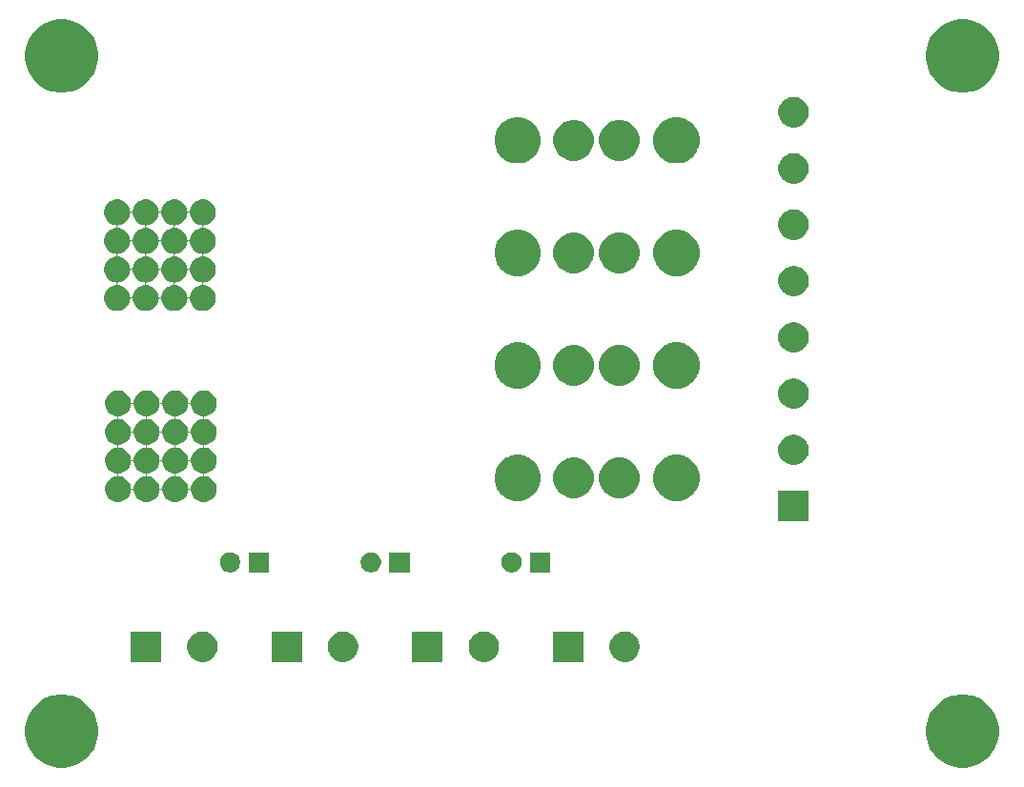
<source format=gbr>
G04 #@! TF.GenerationSoftware,KiCad,Pcbnew,(5.1.6)-1*
G04 #@! TF.CreationDate,2020-07-08T14:40:54+02:00*
G04 #@! TF.ProjectId,power-distribution,706f7765-722d-4646-9973-747269627574,rev?*
G04 #@! TF.SameCoordinates,Original*
G04 #@! TF.FileFunction,Soldermask,Bot*
G04 #@! TF.FilePolarity,Negative*
%FSLAX46Y46*%
G04 Gerber Fmt 4.6, Leading zero omitted, Abs format (unit mm)*
G04 Created by KiCad (PCBNEW (5.1.6)-1) date 2020-07-08 14:40:54*
%MOMM*%
%LPD*%
G01*
G04 APERTURE LIST*
%ADD10C,0.100000*%
G04 APERTURE END LIST*
D10*
G36*
X135634239Y-141811467D02*
G01*
X135948282Y-141873934D01*
X136539926Y-142119001D01*
X137072392Y-142474784D01*
X137525216Y-142927608D01*
X137880999Y-143460074D01*
X138126066Y-144051718D01*
X138126066Y-144051719D01*
X138251000Y-144679803D01*
X138251000Y-145320197D01*
X138188533Y-145634239D01*
X138126066Y-145948282D01*
X137880999Y-146539926D01*
X137525216Y-147072392D01*
X137072392Y-147525216D01*
X136539926Y-147880999D01*
X135948282Y-148126066D01*
X135634239Y-148188533D01*
X135320197Y-148251000D01*
X134679803Y-148251000D01*
X134365761Y-148188533D01*
X134051718Y-148126066D01*
X133460074Y-147880999D01*
X132927608Y-147525216D01*
X132474784Y-147072392D01*
X132119001Y-146539926D01*
X131873934Y-145948282D01*
X131811467Y-145634239D01*
X131749000Y-145320197D01*
X131749000Y-144679803D01*
X131873934Y-144051719D01*
X131873934Y-144051718D01*
X132119001Y-143460074D01*
X132474784Y-142927608D01*
X132927608Y-142474784D01*
X133460074Y-142119001D01*
X134051718Y-141873934D01*
X134365761Y-141811467D01*
X134679803Y-141749000D01*
X135320197Y-141749000D01*
X135634239Y-141811467D01*
G37*
G36*
X55634239Y-141811467D02*
G01*
X55948282Y-141873934D01*
X56539926Y-142119001D01*
X57072392Y-142474784D01*
X57525216Y-142927608D01*
X57880999Y-143460074D01*
X58126066Y-144051718D01*
X58126066Y-144051719D01*
X58251000Y-144679803D01*
X58251000Y-145320197D01*
X58188533Y-145634239D01*
X58126066Y-145948282D01*
X57880999Y-146539926D01*
X57525216Y-147072392D01*
X57072392Y-147525216D01*
X56539926Y-147880999D01*
X55948282Y-148126066D01*
X55634239Y-148188533D01*
X55320197Y-148251000D01*
X54679803Y-148251000D01*
X54365761Y-148188533D01*
X54051718Y-148126066D01*
X53460074Y-147880999D01*
X52927608Y-147525216D01*
X52474784Y-147072392D01*
X52119001Y-146539926D01*
X51873934Y-145948282D01*
X51811467Y-145634239D01*
X51749000Y-145320197D01*
X51749000Y-144679803D01*
X51873934Y-144051719D01*
X51873934Y-144051718D01*
X52119001Y-143460074D01*
X52474784Y-142927608D01*
X52927608Y-142474784D01*
X53460074Y-142119001D01*
X54051718Y-141873934D01*
X54365761Y-141811467D01*
X54679803Y-141749000D01*
X55320197Y-141749000D01*
X55634239Y-141811467D01*
G37*
G36*
X92894072Y-136200918D02*
G01*
X93139939Y-136302759D01*
X93361212Y-136450610D01*
X93549390Y-136638788D01*
X93697241Y-136860061D01*
X93799082Y-137105928D01*
X93851000Y-137366938D01*
X93851000Y-137633062D01*
X93799082Y-137894072D01*
X93697241Y-138139939D01*
X93549390Y-138361212D01*
X93361212Y-138549390D01*
X93139939Y-138697241D01*
X93139938Y-138697242D01*
X93139937Y-138697242D01*
X92894072Y-138799082D01*
X92633063Y-138851000D01*
X92366937Y-138851000D01*
X92105928Y-138799082D01*
X91860063Y-138697242D01*
X91860062Y-138697242D01*
X91860061Y-138697241D01*
X91638788Y-138549390D01*
X91450610Y-138361212D01*
X91302759Y-138139939D01*
X91200918Y-137894072D01*
X91149000Y-137633062D01*
X91149000Y-137366938D01*
X91200918Y-137105928D01*
X91302759Y-136860061D01*
X91450610Y-136638788D01*
X91638788Y-136450610D01*
X91860061Y-136302759D01*
X92105928Y-136200918D01*
X92366937Y-136149000D01*
X92633063Y-136149000D01*
X92894072Y-136200918D01*
G37*
G36*
X105394072Y-136200918D02*
G01*
X105639939Y-136302759D01*
X105861212Y-136450610D01*
X106049390Y-136638788D01*
X106197241Y-136860061D01*
X106299082Y-137105928D01*
X106351000Y-137366938D01*
X106351000Y-137633062D01*
X106299082Y-137894072D01*
X106197241Y-138139939D01*
X106049390Y-138361212D01*
X105861212Y-138549390D01*
X105639939Y-138697241D01*
X105639938Y-138697242D01*
X105639937Y-138697242D01*
X105394072Y-138799082D01*
X105133063Y-138851000D01*
X104866937Y-138851000D01*
X104605928Y-138799082D01*
X104360063Y-138697242D01*
X104360062Y-138697242D01*
X104360061Y-138697241D01*
X104138788Y-138549390D01*
X103950610Y-138361212D01*
X103802759Y-138139939D01*
X103700918Y-137894072D01*
X103649000Y-137633062D01*
X103649000Y-137366938D01*
X103700918Y-137105928D01*
X103802759Y-136860061D01*
X103950610Y-136638788D01*
X104138788Y-136450610D01*
X104360061Y-136302759D01*
X104605928Y-136200918D01*
X104866937Y-136149000D01*
X105133063Y-136149000D01*
X105394072Y-136200918D01*
G37*
G36*
X101351000Y-138851000D02*
G01*
X98649000Y-138851000D01*
X98649000Y-136149000D01*
X101351000Y-136149000D01*
X101351000Y-138851000D01*
G37*
G36*
X88851000Y-138851000D02*
G01*
X86149000Y-138851000D01*
X86149000Y-136149000D01*
X88851000Y-136149000D01*
X88851000Y-138851000D01*
G37*
G36*
X67894072Y-136200918D02*
G01*
X68139939Y-136302759D01*
X68361212Y-136450610D01*
X68549390Y-136638788D01*
X68697241Y-136860061D01*
X68799082Y-137105928D01*
X68851000Y-137366938D01*
X68851000Y-137633062D01*
X68799082Y-137894072D01*
X68697241Y-138139939D01*
X68549390Y-138361212D01*
X68361212Y-138549390D01*
X68139939Y-138697241D01*
X68139938Y-138697242D01*
X68139937Y-138697242D01*
X67894072Y-138799082D01*
X67633063Y-138851000D01*
X67366937Y-138851000D01*
X67105928Y-138799082D01*
X66860063Y-138697242D01*
X66860062Y-138697242D01*
X66860061Y-138697241D01*
X66638788Y-138549390D01*
X66450610Y-138361212D01*
X66302759Y-138139939D01*
X66200918Y-137894072D01*
X66149000Y-137633062D01*
X66149000Y-137366938D01*
X66200918Y-137105928D01*
X66302759Y-136860061D01*
X66450610Y-136638788D01*
X66638788Y-136450610D01*
X66860061Y-136302759D01*
X67105928Y-136200918D01*
X67366937Y-136149000D01*
X67633063Y-136149000D01*
X67894072Y-136200918D01*
G37*
G36*
X63851000Y-138851000D02*
G01*
X61149000Y-138851000D01*
X61149000Y-136149000D01*
X63851000Y-136149000D01*
X63851000Y-138851000D01*
G37*
G36*
X76351000Y-138851000D02*
G01*
X73649000Y-138851000D01*
X73649000Y-136149000D01*
X76351000Y-136149000D01*
X76351000Y-138851000D01*
G37*
G36*
X80394072Y-136200918D02*
G01*
X80639939Y-136302759D01*
X80861212Y-136450610D01*
X81049390Y-136638788D01*
X81197241Y-136860061D01*
X81299082Y-137105928D01*
X81351000Y-137366938D01*
X81351000Y-137633062D01*
X81299082Y-137894072D01*
X81197241Y-138139939D01*
X81049390Y-138361212D01*
X80861212Y-138549390D01*
X80639939Y-138697241D01*
X80639938Y-138697242D01*
X80639937Y-138697242D01*
X80394072Y-138799082D01*
X80133063Y-138851000D01*
X79866937Y-138851000D01*
X79605928Y-138799082D01*
X79360063Y-138697242D01*
X79360062Y-138697242D01*
X79360061Y-138697241D01*
X79138788Y-138549390D01*
X78950610Y-138361212D01*
X78802759Y-138139939D01*
X78700918Y-137894072D01*
X78649000Y-137633062D01*
X78649000Y-137366938D01*
X78700918Y-137105928D01*
X78802759Y-136860061D01*
X78950610Y-136638788D01*
X79138788Y-136450610D01*
X79360061Y-136302759D01*
X79605928Y-136200918D01*
X79866937Y-136149000D01*
X80133063Y-136149000D01*
X80394072Y-136200918D01*
G37*
G36*
X73401000Y-130901000D02*
G01*
X71599000Y-130901000D01*
X71599000Y-129099000D01*
X73401000Y-129099000D01*
X73401000Y-130901000D01*
G37*
G36*
X70073512Y-129103927D02*
G01*
X70222812Y-129133624D01*
X70386784Y-129201544D01*
X70534354Y-129300147D01*
X70659853Y-129425646D01*
X70758456Y-129573216D01*
X70826376Y-129737188D01*
X70861000Y-129911259D01*
X70861000Y-130088741D01*
X70826376Y-130262812D01*
X70758456Y-130426784D01*
X70659853Y-130574354D01*
X70534354Y-130699853D01*
X70386784Y-130798456D01*
X70222812Y-130866376D01*
X70073512Y-130896073D01*
X70048742Y-130901000D01*
X69871258Y-130901000D01*
X69846488Y-130896073D01*
X69697188Y-130866376D01*
X69533216Y-130798456D01*
X69385646Y-130699853D01*
X69260147Y-130574354D01*
X69161544Y-130426784D01*
X69093624Y-130262812D01*
X69059000Y-130088741D01*
X69059000Y-129911259D01*
X69093624Y-129737188D01*
X69161544Y-129573216D01*
X69260147Y-129425646D01*
X69385646Y-129300147D01*
X69533216Y-129201544D01*
X69697188Y-129133624D01*
X69846488Y-129103927D01*
X69871258Y-129099000D01*
X70048742Y-129099000D01*
X70073512Y-129103927D01*
G37*
G36*
X82573512Y-129103927D02*
G01*
X82722812Y-129133624D01*
X82886784Y-129201544D01*
X83034354Y-129300147D01*
X83159853Y-129425646D01*
X83258456Y-129573216D01*
X83326376Y-129737188D01*
X83361000Y-129911259D01*
X83361000Y-130088741D01*
X83326376Y-130262812D01*
X83258456Y-130426784D01*
X83159853Y-130574354D01*
X83034354Y-130699853D01*
X82886784Y-130798456D01*
X82722812Y-130866376D01*
X82573512Y-130896073D01*
X82548742Y-130901000D01*
X82371258Y-130901000D01*
X82346488Y-130896073D01*
X82197188Y-130866376D01*
X82033216Y-130798456D01*
X81885646Y-130699853D01*
X81760147Y-130574354D01*
X81661544Y-130426784D01*
X81593624Y-130262812D01*
X81559000Y-130088741D01*
X81559000Y-129911259D01*
X81593624Y-129737188D01*
X81661544Y-129573216D01*
X81760147Y-129425646D01*
X81885646Y-129300147D01*
X82033216Y-129201544D01*
X82197188Y-129133624D01*
X82346488Y-129103927D01*
X82371258Y-129099000D01*
X82548742Y-129099000D01*
X82573512Y-129103927D01*
G37*
G36*
X85901000Y-130901000D02*
G01*
X84099000Y-130901000D01*
X84099000Y-129099000D01*
X85901000Y-129099000D01*
X85901000Y-130901000D01*
G37*
G36*
X98401000Y-130901000D02*
G01*
X96599000Y-130901000D01*
X96599000Y-129099000D01*
X98401000Y-129099000D01*
X98401000Y-130901000D01*
G37*
G36*
X95073512Y-129103927D02*
G01*
X95222812Y-129133624D01*
X95386784Y-129201544D01*
X95534354Y-129300147D01*
X95659853Y-129425646D01*
X95758456Y-129573216D01*
X95826376Y-129737188D01*
X95861000Y-129911259D01*
X95861000Y-130088741D01*
X95826376Y-130262812D01*
X95758456Y-130426784D01*
X95659853Y-130574354D01*
X95534354Y-130699853D01*
X95386784Y-130798456D01*
X95222812Y-130866376D01*
X95073512Y-130896073D01*
X95048742Y-130901000D01*
X94871258Y-130901000D01*
X94846488Y-130896073D01*
X94697188Y-130866376D01*
X94533216Y-130798456D01*
X94385646Y-130699853D01*
X94260147Y-130574354D01*
X94161544Y-130426784D01*
X94093624Y-130262812D01*
X94059000Y-130088741D01*
X94059000Y-129911259D01*
X94093624Y-129737188D01*
X94161544Y-129573216D01*
X94260147Y-129425646D01*
X94385646Y-129300147D01*
X94533216Y-129201544D01*
X94697188Y-129133624D01*
X94846488Y-129103927D01*
X94871258Y-129099000D01*
X95048742Y-129099000D01*
X95073512Y-129103927D01*
G37*
G36*
X121351000Y-126351000D02*
G01*
X118649000Y-126351000D01*
X118649000Y-123649000D01*
X121351000Y-123649000D01*
X121351000Y-126351000D01*
G37*
G36*
X60224549Y-114751116D02*
G01*
X60335734Y-114773232D01*
X60545203Y-114859997D01*
X60733720Y-114985960D01*
X60894040Y-115146280D01*
X61020003Y-115334797D01*
X61020004Y-115334799D01*
X61106768Y-115544267D01*
X61147403Y-115748552D01*
X61154516Y-115772001D01*
X61166067Y-115793612D01*
X61181612Y-115812554D01*
X61200554Y-115828099D01*
X61222165Y-115839650D01*
X61245614Y-115846763D01*
X61270000Y-115849165D01*
X61294386Y-115846763D01*
X61317835Y-115839650D01*
X61339446Y-115828099D01*
X61358388Y-115812554D01*
X61373933Y-115793612D01*
X61385484Y-115772001D01*
X61392597Y-115748552D01*
X61433232Y-115544267D01*
X61519996Y-115334799D01*
X61519997Y-115334797D01*
X61645960Y-115146280D01*
X61806280Y-114985960D01*
X61994797Y-114859997D01*
X62204266Y-114773232D01*
X62315451Y-114751116D01*
X62426635Y-114729000D01*
X62653365Y-114729000D01*
X62764549Y-114751116D01*
X62875734Y-114773232D01*
X63085203Y-114859997D01*
X63273720Y-114985960D01*
X63434040Y-115146280D01*
X63560003Y-115334797D01*
X63560004Y-115334799D01*
X63646768Y-115544267D01*
X63687403Y-115748552D01*
X63694516Y-115772001D01*
X63706067Y-115793612D01*
X63721612Y-115812554D01*
X63740554Y-115828099D01*
X63762165Y-115839650D01*
X63785614Y-115846763D01*
X63810000Y-115849165D01*
X63834386Y-115846763D01*
X63857835Y-115839650D01*
X63879446Y-115828099D01*
X63898388Y-115812554D01*
X63913933Y-115793612D01*
X63925484Y-115772001D01*
X63932597Y-115748552D01*
X63973232Y-115544267D01*
X64059996Y-115334799D01*
X64059997Y-115334797D01*
X64185960Y-115146280D01*
X64346280Y-114985960D01*
X64534797Y-114859997D01*
X64744266Y-114773232D01*
X64855451Y-114751116D01*
X64966635Y-114729000D01*
X65193365Y-114729000D01*
X65304549Y-114751116D01*
X65415734Y-114773232D01*
X65625203Y-114859997D01*
X65813720Y-114985960D01*
X65974040Y-115146280D01*
X66100003Y-115334797D01*
X66100004Y-115334799D01*
X66186768Y-115544267D01*
X66227403Y-115748552D01*
X66234516Y-115772001D01*
X66246067Y-115793612D01*
X66261612Y-115812554D01*
X66280554Y-115828099D01*
X66302165Y-115839650D01*
X66325614Y-115846763D01*
X66350000Y-115849165D01*
X66374386Y-115846763D01*
X66397835Y-115839650D01*
X66419446Y-115828099D01*
X66438388Y-115812554D01*
X66453933Y-115793612D01*
X66465484Y-115772001D01*
X66472597Y-115748552D01*
X66513232Y-115544267D01*
X66599996Y-115334799D01*
X66599997Y-115334797D01*
X66725960Y-115146280D01*
X66886280Y-114985960D01*
X67074797Y-114859997D01*
X67284266Y-114773232D01*
X67395451Y-114751116D01*
X67506635Y-114729000D01*
X67733365Y-114729000D01*
X67844549Y-114751116D01*
X67955734Y-114773232D01*
X68165203Y-114859997D01*
X68353720Y-114985960D01*
X68514040Y-115146280D01*
X68640003Y-115334797D01*
X68726768Y-115544266D01*
X68771000Y-115766636D01*
X68771000Y-115993364D01*
X68726768Y-116215734D01*
X68640003Y-116425203D01*
X68514040Y-116613720D01*
X68353720Y-116774040D01*
X68165203Y-116900003D01*
X67955734Y-116986768D01*
X67828161Y-117012144D01*
X67751448Y-117027403D01*
X67727999Y-117034516D01*
X67706388Y-117046067D01*
X67687446Y-117061612D01*
X67671901Y-117080554D01*
X67660350Y-117102165D01*
X67653237Y-117125614D01*
X67650835Y-117150000D01*
X67653237Y-117174386D01*
X67660350Y-117197835D01*
X67671901Y-117219446D01*
X67687446Y-117238388D01*
X67706388Y-117253933D01*
X67727999Y-117265484D01*
X67751448Y-117272597D01*
X67828161Y-117287856D01*
X67955734Y-117313232D01*
X68165203Y-117399997D01*
X68353720Y-117525960D01*
X68514040Y-117686280D01*
X68640003Y-117874797D01*
X68726768Y-118084266D01*
X68771000Y-118306636D01*
X68771000Y-118533364D01*
X68726768Y-118755734D01*
X68640003Y-118965203D01*
X68514040Y-119153720D01*
X68353720Y-119314040D01*
X68165203Y-119440003D01*
X67955734Y-119526768D01*
X67828161Y-119552144D01*
X67751448Y-119567403D01*
X67727999Y-119574516D01*
X67706388Y-119586067D01*
X67687446Y-119601612D01*
X67671901Y-119620554D01*
X67660350Y-119642165D01*
X67653237Y-119665614D01*
X67650835Y-119690000D01*
X67653237Y-119714386D01*
X67660350Y-119737835D01*
X67671901Y-119759446D01*
X67687446Y-119778388D01*
X67706388Y-119793933D01*
X67727999Y-119805484D01*
X67751448Y-119812597D01*
X67828161Y-119827856D01*
X67955734Y-119853232D01*
X68165203Y-119939997D01*
X68353720Y-120065960D01*
X68514040Y-120226280D01*
X68640003Y-120414797D01*
X68726768Y-120624266D01*
X68771000Y-120846636D01*
X68771000Y-121073364D01*
X68726768Y-121295734D01*
X68640003Y-121505203D01*
X68514040Y-121693720D01*
X68353720Y-121854040D01*
X68165203Y-121980003D01*
X67955734Y-122066768D01*
X67828161Y-122092144D01*
X67751448Y-122107403D01*
X67727999Y-122114516D01*
X67706388Y-122126067D01*
X67687446Y-122141612D01*
X67671901Y-122160554D01*
X67660350Y-122182165D01*
X67653237Y-122205614D01*
X67650835Y-122230000D01*
X67653237Y-122254386D01*
X67660350Y-122277835D01*
X67671901Y-122299446D01*
X67687446Y-122318388D01*
X67706388Y-122333933D01*
X67727999Y-122345484D01*
X67751448Y-122352597D01*
X67828161Y-122367856D01*
X67955734Y-122393232D01*
X68165203Y-122479997D01*
X68353720Y-122605960D01*
X68514040Y-122766280D01*
X68640003Y-122954797D01*
X68726768Y-123164266D01*
X68771000Y-123386636D01*
X68771000Y-123613364D01*
X68726768Y-123835734D01*
X68640003Y-124045203D01*
X68514040Y-124233720D01*
X68353720Y-124394040D01*
X68165203Y-124520003D01*
X67955734Y-124606768D01*
X67844549Y-124628884D01*
X67733365Y-124651000D01*
X67506635Y-124651000D01*
X67395451Y-124628884D01*
X67284266Y-124606768D01*
X67074797Y-124520003D01*
X66886280Y-124394040D01*
X66725960Y-124233720D01*
X66599997Y-124045203D01*
X66513232Y-123835734D01*
X66472597Y-123631448D01*
X66465484Y-123607999D01*
X66453933Y-123586388D01*
X66438388Y-123567446D01*
X66419446Y-123551901D01*
X66397835Y-123540350D01*
X66374386Y-123533237D01*
X66350000Y-123530835D01*
X66325614Y-123533237D01*
X66302165Y-123540350D01*
X66280554Y-123551901D01*
X66261612Y-123567446D01*
X66246067Y-123586388D01*
X66234516Y-123607999D01*
X66227403Y-123631448D01*
X66186768Y-123835734D01*
X66100003Y-124045203D01*
X65974040Y-124233720D01*
X65813720Y-124394040D01*
X65625203Y-124520003D01*
X65415734Y-124606768D01*
X65304549Y-124628884D01*
X65193365Y-124651000D01*
X64966635Y-124651000D01*
X64855451Y-124628884D01*
X64744266Y-124606768D01*
X64534797Y-124520003D01*
X64346280Y-124394040D01*
X64185960Y-124233720D01*
X64059997Y-124045203D01*
X63973232Y-123835734D01*
X63932597Y-123631448D01*
X63925484Y-123607999D01*
X63913933Y-123586388D01*
X63898388Y-123567446D01*
X63879446Y-123551901D01*
X63857835Y-123540350D01*
X63834386Y-123533237D01*
X63810000Y-123530835D01*
X63785614Y-123533237D01*
X63762165Y-123540350D01*
X63740554Y-123551901D01*
X63721612Y-123567446D01*
X63706067Y-123586388D01*
X63694516Y-123607999D01*
X63687403Y-123631448D01*
X63646768Y-123835734D01*
X63560003Y-124045203D01*
X63434040Y-124233720D01*
X63273720Y-124394040D01*
X63085203Y-124520003D01*
X62875734Y-124606768D01*
X62764549Y-124628884D01*
X62653365Y-124651000D01*
X62426635Y-124651000D01*
X62315451Y-124628884D01*
X62204266Y-124606768D01*
X61994797Y-124520003D01*
X61806280Y-124394040D01*
X61645960Y-124233720D01*
X61519997Y-124045203D01*
X61433232Y-123835734D01*
X61392597Y-123631448D01*
X61385484Y-123607999D01*
X61373933Y-123586388D01*
X61358388Y-123567446D01*
X61339446Y-123551901D01*
X61317835Y-123540350D01*
X61294386Y-123533237D01*
X61270000Y-123530835D01*
X61245614Y-123533237D01*
X61222165Y-123540350D01*
X61200554Y-123551901D01*
X61181612Y-123567446D01*
X61166067Y-123586388D01*
X61154516Y-123607999D01*
X61147403Y-123631448D01*
X61106768Y-123835734D01*
X61020003Y-124045203D01*
X60894040Y-124233720D01*
X60733720Y-124394040D01*
X60545203Y-124520003D01*
X60335734Y-124606768D01*
X60224549Y-124628884D01*
X60113365Y-124651000D01*
X59886635Y-124651000D01*
X59775451Y-124628884D01*
X59664266Y-124606768D01*
X59454797Y-124520003D01*
X59266280Y-124394040D01*
X59105960Y-124233720D01*
X58979997Y-124045203D01*
X58893232Y-123835734D01*
X58849000Y-123613364D01*
X58849000Y-123386636D01*
X58893232Y-123164266D01*
X58979997Y-122954797D01*
X59105960Y-122766280D01*
X59266280Y-122605960D01*
X59454797Y-122479997D01*
X59664266Y-122393232D01*
X59791839Y-122367856D01*
X59868552Y-122352597D01*
X59892001Y-122345484D01*
X59913612Y-122333933D01*
X59932554Y-122318388D01*
X59948099Y-122299446D01*
X59959650Y-122277835D01*
X59966763Y-122254386D01*
X59969165Y-122230000D01*
X60030835Y-122230000D01*
X60033237Y-122254386D01*
X60040350Y-122277835D01*
X60051901Y-122299446D01*
X60067446Y-122318388D01*
X60086388Y-122333933D01*
X60107999Y-122345484D01*
X60131448Y-122352597D01*
X60208161Y-122367856D01*
X60335734Y-122393232D01*
X60545203Y-122479997D01*
X60733720Y-122605960D01*
X60894040Y-122766280D01*
X61020003Y-122954797D01*
X61020004Y-122954799D01*
X61106768Y-123164267D01*
X61147403Y-123368552D01*
X61154516Y-123392001D01*
X61166067Y-123413612D01*
X61181612Y-123432554D01*
X61200554Y-123448099D01*
X61222165Y-123459650D01*
X61245614Y-123466763D01*
X61270000Y-123469165D01*
X61294386Y-123466763D01*
X61317835Y-123459650D01*
X61339446Y-123448099D01*
X61358388Y-123432554D01*
X61373933Y-123413612D01*
X61385484Y-123392001D01*
X61392597Y-123368552D01*
X61433232Y-123164267D01*
X61519996Y-122954799D01*
X61519997Y-122954797D01*
X61645960Y-122766280D01*
X61806280Y-122605960D01*
X61994797Y-122479997D01*
X62204266Y-122393232D01*
X62331839Y-122367856D01*
X62408552Y-122352597D01*
X62432001Y-122345484D01*
X62453612Y-122333933D01*
X62472554Y-122318388D01*
X62488099Y-122299446D01*
X62499650Y-122277835D01*
X62506763Y-122254386D01*
X62509165Y-122230000D01*
X62570835Y-122230000D01*
X62573237Y-122254386D01*
X62580350Y-122277835D01*
X62591901Y-122299446D01*
X62607446Y-122318388D01*
X62626388Y-122333933D01*
X62647999Y-122345484D01*
X62671448Y-122352597D01*
X62748161Y-122367856D01*
X62875734Y-122393232D01*
X63085203Y-122479997D01*
X63273720Y-122605960D01*
X63434040Y-122766280D01*
X63560003Y-122954797D01*
X63560004Y-122954799D01*
X63646768Y-123164267D01*
X63687403Y-123368552D01*
X63694516Y-123392001D01*
X63706067Y-123413612D01*
X63721612Y-123432554D01*
X63740554Y-123448099D01*
X63762165Y-123459650D01*
X63785614Y-123466763D01*
X63810000Y-123469165D01*
X63834386Y-123466763D01*
X63857835Y-123459650D01*
X63879446Y-123448099D01*
X63898388Y-123432554D01*
X63913933Y-123413612D01*
X63925484Y-123392001D01*
X63932597Y-123368552D01*
X63973232Y-123164267D01*
X64059996Y-122954799D01*
X64059997Y-122954797D01*
X64185960Y-122766280D01*
X64346280Y-122605960D01*
X64534797Y-122479997D01*
X64744266Y-122393232D01*
X64871839Y-122367856D01*
X64948552Y-122352597D01*
X64972001Y-122345484D01*
X64993612Y-122333933D01*
X65012554Y-122318388D01*
X65028099Y-122299446D01*
X65039650Y-122277835D01*
X65046763Y-122254386D01*
X65049165Y-122230000D01*
X65110835Y-122230000D01*
X65113237Y-122254386D01*
X65120350Y-122277835D01*
X65131901Y-122299446D01*
X65147446Y-122318388D01*
X65166388Y-122333933D01*
X65187999Y-122345484D01*
X65211448Y-122352597D01*
X65288161Y-122367856D01*
X65415734Y-122393232D01*
X65625203Y-122479997D01*
X65813720Y-122605960D01*
X65974040Y-122766280D01*
X66100003Y-122954797D01*
X66100004Y-122954799D01*
X66186768Y-123164267D01*
X66227403Y-123368552D01*
X66234516Y-123392001D01*
X66246067Y-123413612D01*
X66261612Y-123432554D01*
X66280554Y-123448099D01*
X66302165Y-123459650D01*
X66325614Y-123466763D01*
X66350000Y-123469165D01*
X66374386Y-123466763D01*
X66397835Y-123459650D01*
X66419446Y-123448099D01*
X66438388Y-123432554D01*
X66453933Y-123413612D01*
X66465484Y-123392001D01*
X66472597Y-123368552D01*
X66513232Y-123164267D01*
X66599996Y-122954799D01*
X66599997Y-122954797D01*
X66725960Y-122766280D01*
X66886280Y-122605960D01*
X67074797Y-122479997D01*
X67284266Y-122393232D01*
X67411839Y-122367856D01*
X67488552Y-122352597D01*
X67512001Y-122345484D01*
X67533612Y-122333933D01*
X67552554Y-122318388D01*
X67568099Y-122299446D01*
X67579650Y-122277835D01*
X67586763Y-122254386D01*
X67589165Y-122230000D01*
X67586763Y-122205614D01*
X67579650Y-122182165D01*
X67568099Y-122160554D01*
X67552554Y-122141612D01*
X67533612Y-122126067D01*
X67512001Y-122114516D01*
X67488552Y-122107403D01*
X67411839Y-122092144D01*
X67284266Y-122066768D01*
X67074797Y-121980003D01*
X66886280Y-121854040D01*
X66725960Y-121693720D01*
X66599997Y-121505203D01*
X66513232Y-121295734D01*
X66472597Y-121091448D01*
X66465484Y-121067999D01*
X66453933Y-121046388D01*
X66438388Y-121027446D01*
X66419446Y-121011901D01*
X66397835Y-121000350D01*
X66374386Y-120993237D01*
X66350000Y-120990835D01*
X66325614Y-120993237D01*
X66302165Y-121000350D01*
X66280554Y-121011901D01*
X66261612Y-121027446D01*
X66246067Y-121046388D01*
X66234516Y-121067999D01*
X66227403Y-121091448D01*
X66186768Y-121295734D01*
X66100003Y-121505203D01*
X65974040Y-121693720D01*
X65813720Y-121854040D01*
X65625203Y-121980003D01*
X65415734Y-122066768D01*
X65288161Y-122092144D01*
X65211448Y-122107403D01*
X65187999Y-122114516D01*
X65166388Y-122126067D01*
X65147446Y-122141612D01*
X65131901Y-122160554D01*
X65120350Y-122182165D01*
X65113237Y-122205614D01*
X65110835Y-122230000D01*
X65049165Y-122230000D01*
X65046763Y-122205614D01*
X65039650Y-122182165D01*
X65028099Y-122160554D01*
X65012554Y-122141612D01*
X64993612Y-122126067D01*
X64972001Y-122114516D01*
X64948552Y-122107403D01*
X64871839Y-122092144D01*
X64744266Y-122066768D01*
X64534797Y-121980003D01*
X64346280Y-121854040D01*
X64185960Y-121693720D01*
X64059997Y-121505203D01*
X63973232Y-121295734D01*
X63932597Y-121091448D01*
X63925484Y-121067999D01*
X63913933Y-121046388D01*
X63898388Y-121027446D01*
X63879446Y-121011901D01*
X63857835Y-121000350D01*
X63834386Y-120993237D01*
X63810000Y-120990835D01*
X63785614Y-120993237D01*
X63762165Y-121000350D01*
X63740554Y-121011901D01*
X63721612Y-121027446D01*
X63706067Y-121046388D01*
X63694516Y-121067999D01*
X63687403Y-121091448D01*
X63646768Y-121295734D01*
X63560003Y-121505203D01*
X63434040Y-121693720D01*
X63273720Y-121854040D01*
X63085203Y-121980003D01*
X62875734Y-122066768D01*
X62748161Y-122092144D01*
X62671448Y-122107403D01*
X62647999Y-122114516D01*
X62626388Y-122126067D01*
X62607446Y-122141612D01*
X62591901Y-122160554D01*
X62580350Y-122182165D01*
X62573237Y-122205614D01*
X62570835Y-122230000D01*
X62509165Y-122230000D01*
X62506763Y-122205614D01*
X62499650Y-122182165D01*
X62488099Y-122160554D01*
X62472554Y-122141612D01*
X62453612Y-122126067D01*
X62432001Y-122114516D01*
X62408552Y-122107403D01*
X62331839Y-122092144D01*
X62204266Y-122066768D01*
X61994797Y-121980003D01*
X61806280Y-121854040D01*
X61645960Y-121693720D01*
X61519997Y-121505203D01*
X61433232Y-121295734D01*
X61392597Y-121091448D01*
X61385484Y-121067999D01*
X61373933Y-121046388D01*
X61358388Y-121027446D01*
X61339446Y-121011901D01*
X61317835Y-121000350D01*
X61294386Y-120993237D01*
X61270000Y-120990835D01*
X61245614Y-120993237D01*
X61222165Y-121000350D01*
X61200554Y-121011901D01*
X61181612Y-121027446D01*
X61166067Y-121046388D01*
X61154516Y-121067999D01*
X61147403Y-121091448D01*
X61106768Y-121295734D01*
X61020003Y-121505203D01*
X60894040Y-121693720D01*
X60733720Y-121854040D01*
X60545203Y-121980003D01*
X60335734Y-122066768D01*
X60208161Y-122092144D01*
X60131448Y-122107403D01*
X60107999Y-122114516D01*
X60086388Y-122126067D01*
X60067446Y-122141612D01*
X60051901Y-122160554D01*
X60040350Y-122182165D01*
X60033237Y-122205614D01*
X60030835Y-122230000D01*
X59969165Y-122230000D01*
X59966763Y-122205614D01*
X59959650Y-122182165D01*
X59948099Y-122160554D01*
X59932554Y-122141612D01*
X59913612Y-122126067D01*
X59892001Y-122114516D01*
X59868552Y-122107403D01*
X59791839Y-122092144D01*
X59664266Y-122066768D01*
X59454797Y-121980003D01*
X59266280Y-121854040D01*
X59105960Y-121693720D01*
X58979997Y-121505203D01*
X58893232Y-121295734D01*
X58849000Y-121073364D01*
X58849000Y-120846636D01*
X58893232Y-120624266D01*
X58979997Y-120414797D01*
X59105960Y-120226280D01*
X59266280Y-120065960D01*
X59454797Y-119939997D01*
X59664266Y-119853232D01*
X59791839Y-119827856D01*
X59868552Y-119812597D01*
X59892001Y-119805484D01*
X59913612Y-119793933D01*
X59932554Y-119778388D01*
X59948099Y-119759446D01*
X59959650Y-119737835D01*
X59966763Y-119714386D01*
X59969165Y-119690000D01*
X60030835Y-119690000D01*
X60033237Y-119714386D01*
X60040350Y-119737835D01*
X60051901Y-119759446D01*
X60067446Y-119778388D01*
X60086388Y-119793933D01*
X60107999Y-119805484D01*
X60131448Y-119812597D01*
X60208161Y-119827856D01*
X60335734Y-119853232D01*
X60545203Y-119939997D01*
X60733720Y-120065960D01*
X60894040Y-120226280D01*
X61020003Y-120414797D01*
X61106768Y-120624266D01*
X61118337Y-120682426D01*
X61147403Y-120828552D01*
X61154516Y-120852001D01*
X61166067Y-120873612D01*
X61181612Y-120892554D01*
X61200554Y-120908099D01*
X61222165Y-120919650D01*
X61245614Y-120926763D01*
X61270000Y-120929165D01*
X61294386Y-120926763D01*
X61317835Y-120919650D01*
X61339446Y-120908099D01*
X61358388Y-120892554D01*
X61373933Y-120873612D01*
X61385484Y-120852001D01*
X61392597Y-120828552D01*
X61421663Y-120682426D01*
X61433232Y-120624266D01*
X61519997Y-120414797D01*
X61645960Y-120226280D01*
X61806280Y-120065960D01*
X61994797Y-119939997D01*
X62204266Y-119853232D01*
X62331839Y-119827856D01*
X62408552Y-119812597D01*
X62432001Y-119805484D01*
X62453612Y-119793933D01*
X62472554Y-119778388D01*
X62488099Y-119759446D01*
X62499650Y-119737835D01*
X62506763Y-119714386D01*
X62509165Y-119690000D01*
X62570835Y-119690000D01*
X62573237Y-119714386D01*
X62580350Y-119737835D01*
X62591901Y-119759446D01*
X62607446Y-119778388D01*
X62626388Y-119793933D01*
X62647999Y-119805484D01*
X62671448Y-119812597D01*
X62748161Y-119827856D01*
X62875734Y-119853232D01*
X63085203Y-119939997D01*
X63273720Y-120065960D01*
X63434040Y-120226280D01*
X63560003Y-120414797D01*
X63646768Y-120624266D01*
X63658337Y-120682426D01*
X63687403Y-120828552D01*
X63694516Y-120852001D01*
X63706067Y-120873612D01*
X63721612Y-120892554D01*
X63740554Y-120908099D01*
X63762165Y-120919650D01*
X63785614Y-120926763D01*
X63810000Y-120929165D01*
X63834386Y-120926763D01*
X63857835Y-120919650D01*
X63879446Y-120908099D01*
X63898388Y-120892554D01*
X63913933Y-120873612D01*
X63925484Y-120852001D01*
X63932597Y-120828552D01*
X63961663Y-120682426D01*
X63973232Y-120624266D01*
X64059997Y-120414797D01*
X64185960Y-120226280D01*
X64346280Y-120065960D01*
X64534797Y-119939997D01*
X64744266Y-119853232D01*
X64871839Y-119827856D01*
X64948552Y-119812597D01*
X64972001Y-119805484D01*
X64993612Y-119793933D01*
X65012554Y-119778388D01*
X65028099Y-119759446D01*
X65039650Y-119737835D01*
X65046763Y-119714386D01*
X65049165Y-119690000D01*
X65110835Y-119690000D01*
X65113237Y-119714386D01*
X65120350Y-119737835D01*
X65131901Y-119759446D01*
X65147446Y-119778388D01*
X65166388Y-119793933D01*
X65187999Y-119805484D01*
X65211448Y-119812597D01*
X65288161Y-119827856D01*
X65415734Y-119853232D01*
X65625203Y-119939997D01*
X65813720Y-120065960D01*
X65974040Y-120226280D01*
X66100003Y-120414797D01*
X66186768Y-120624266D01*
X66198337Y-120682426D01*
X66227403Y-120828552D01*
X66234516Y-120852001D01*
X66246067Y-120873612D01*
X66261612Y-120892554D01*
X66280554Y-120908099D01*
X66302165Y-120919650D01*
X66325614Y-120926763D01*
X66350000Y-120929165D01*
X66374386Y-120926763D01*
X66397835Y-120919650D01*
X66419446Y-120908099D01*
X66438388Y-120892554D01*
X66453933Y-120873612D01*
X66465484Y-120852001D01*
X66472597Y-120828552D01*
X66501663Y-120682426D01*
X66513232Y-120624266D01*
X66599997Y-120414797D01*
X66725960Y-120226280D01*
X66886280Y-120065960D01*
X67074797Y-119939997D01*
X67284266Y-119853232D01*
X67411839Y-119827856D01*
X67488552Y-119812597D01*
X67512001Y-119805484D01*
X67533612Y-119793933D01*
X67552554Y-119778388D01*
X67568099Y-119759446D01*
X67579650Y-119737835D01*
X67586763Y-119714386D01*
X67589165Y-119690000D01*
X67586763Y-119665614D01*
X67579650Y-119642165D01*
X67568099Y-119620554D01*
X67552554Y-119601612D01*
X67533612Y-119586067D01*
X67512001Y-119574516D01*
X67488552Y-119567403D01*
X67411839Y-119552144D01*
X67284266Y-119526768D01*
X67074797Y-119440003D01*
X66886280Y-119314040D01*
X66725960Y-119153720D01*
X66599997Y-118965203D01*
X66513232Y-118755734D01*
X66472597Y-118551448D01*
X66465484Y-118527999D01*
X66453933Y-118506388D01*
X66438388Y-118487446D01*
X66419446Y-118471901D01*
X66397835Y-118460350D01*
X66374386Y-118453237D01*
X66350000Y-118450835D01*
X66325614Y-118453237D01*
X66302165Y-118460350D01*
X66280554Y-118471901D01*
X66261612Y-118487446D01*
X66246067Y-118506388D01*
X66234516Y-118527999D01*
X66227403Y-118551448D01*
X66186768Y-118755734D01*
X66100003Y-118965203D01*
X65974040Y-119153720D01*
X65813720Y-119314040D01*
X65625203Y-119440003D01*
X65415734Y-119526768D01*
X65288161Y-119552144D01*
X65211448Y-119567403D01*
X65187999Y-119574516D01*
X65166388Y-119586067D01*
X65147446Y-119601612D01*
X65131901Y-119620554D01*
X65120350Y-119642165D01*
X65113237Y-119665614D01*
X65110835Y-119690000D01*
X65049165Y-119690000D01*
X65046763Y-119665614D01*
X65039650Y-119642165D01*
X65028099Y-119620554D01*
X65012554Y-119601612D01*
X64993612Y-119586067D01*
X64972001Y-119574516D01*
X64948552Y-119567403D01*
X64871839Y-119552144D01*
X64744266Y-119526768D01*
X64534797Y-119440003D01*
X64346280Y-119314040D01*
X64185960Y-119153720D01*
X64059997Y-118965203D01*
X63973232Y-118755734D01*
X63932597Y-118551448D01*
X63925484Y-118527999D01*
X63913933Y-118506388D01*
X63898388Y-118487446D01*
X63879446Y-118471901D01*
X63857835Y-118460350D01*
X63834386Y-118453237D01*
X63810000Y-118450835D01*
X63785614Y-118453237D01*
X63762165Y-118460350D01*
X63740554Y-118471901D01*
X63721612Y-118487446D01*
X63706067Y-118506388D01*
X63694516Y-118527999D01*
X63687403Y-118551448D01*
X63646768Y-118755734D01*
X63560003Y-118965203D01*
X63434040Y-119153720D01*
X63273720Y-119314040D01*
X63085203Y-119440003D01*
X62875734Y-119526768D01*
X62748161Y-119552144D01*
X62671448Y-119567403D01*
X62647999Y-119574516D01*
X62626388Y-119586067D01*
X62607446Y-119601612D01*
X62591901Y-119620554D01*
X62580350Y-119642165D01*
X62573237Y-119665614D01*
X62570835Y-119690000D01*
X62509165Y-119690000D01*
X62506763Y-119665614D01*
X62499650Y-119642165D01*
X62488099Y-119620554D01*
X62472554Y-119601612D01*
X62453612Y-119586067D01*
X62432001Y-119574516D01*
X62408552Y-119567403D01*
X62331839Y-119552144D01*
X62204266Y-119526768D01*
X61994797Y-119440003D01*
X61806280Y-119314040D01*
X61645960Y-119153720D01*
X61519997Y-118965203D01*
X61433232Y-118755734D01*
X61392597Y-118551448D01*
X61385484Y-118527999D01*
X61373933Y-118506388D01*
X61358388Y-118487446D01*
X61339446Y-118471901D01*
X61317835Y-118460350D01*
X61294386Y-118453237D01*
X61270000Y-118450835D01*
X61245614Y-118453237D01*
X61222165Y-118460350D01*
X61200554Y-118471901D01*
X61181612Y-118487446D01*
X61166067Y-118506388D01*
X61154516Y-118527999D01*
X61147403Y-118551448D01*
X61106768Y-118755734D01*
X61020003Y-118965203D01*
X60894040Y-119153720D01*
X60733720Y-119314040D01*
X60545203Y-119440003D01*
X60335734Y-119526768D01*
X60208161Y-119552144D01*
X60131448Y-119567403D01*
X60107999Y-119574516D01*
X60086388Y-119586067D01*
X60067446Y-119601612D01*
X60051901Y-119620554D01*
X60040350Y-119642165D01*
X60033237Y-119665614D01*
X60030835Y-119690000D01*
X59969165Y-119690000D01*
X59966763Y-119665614D01*
X59959650Y-119642165D01*
X59948099Y-119620554D01*
X59932554Y-119601612D01*
X59913612Y-119586067D01*
X59892001Y-119574516D01*
X59868552Y-119567403D01*
X59791839Y-119552144D01*
X59664266Y-119526768D01*
X59454797Y-119440003D01*
X59266280Y-119314040D01*
X59105960Y-119153720D01*
X58979997Y-118965203D01*
X58893232Y-118755734D01*
X58849000Y-118533364D01*
X58849000Y-118306636D01*
X58893232Y-118084266D01*
X58979997Y-117874797D01*
X59105960Y-117686280D01*
X59266280Y-117525960D01*
X59454797Y-117399997D01*
X59664266Y-117313232D01*
X59791839Y-117287856D01*
X59868552Y-117272597D01*
X59892001Y-117265484D01*
X59913612Y-117253933D01*
X59932554Y-117238388D01*
X59948099Y-117219446D01*
X59959650Y-117197835D01*
X59966763Y-117174386D01*
X59969165Y-117150000D01*
X60030835Y-117150000D01*
X60033237Y-117174386D01*
X60040350Y-117197835D01*
X60051901Y-117219446D01*
X60067446Y-117238388D01*
X60086388Y-117253933D01*
X60107999Y-117265484D01*
X60131448Y-117272597D01*
X60208161Y-117287856D01*
X60335734Y-117313232D01*
X60545203Y-117399997D01*
X60733720Y-117525960D01*
X60894040Y-117686280D01*
X61020003Y-117874797D01*
X61020004Y-117874799D01*
X61106768Y-118084267D01*
X61147403Y-118288552D01*
X61154516Y-118312001D01*
X61166067Y-118333612D01*
X61181612Y-118352554D01*
X61200554Y-118368099D01*
X61222165Y-118379650D01*
X61245614Y-118386763D01*
X61270000Y-118389165D01*
X61294386Y-118386763D01*
X61317835Y-118379650D01*
X61339446Y-118368099D01*
X61358388Y-118352554D01*
X61373933Y-118333612D01*
X61385484Y-118312001D01*
X61392597Y-118288552D01*
X61433232Y-118084267D01*
X61519996Y-117874799D01*
X61519997Y-117874797D01*
X61645960Y-117686280D01*
X61806280Y-117525960D01*
X61994797Y-117399997D01*
X62204266Y-117313232D01*
X62331839Y-117287856D01*
X62408552Y-117272597D01*
X62432001Y-117265484D01*
X62453612Y-117253933D01*
X62472554Y-117238388D01*
X62488099Y-117219446D01*
X62499650Y-117197835D01*
X62506763Y-117174386D01*
X62509165Y-117150000D01*
X62570835Y-117150000D01*
X62573237Y-117174386D01*
X62580350Y-117197835D01*
X62591901Y-117219446D01*
X62607446Y-117238388D01*
X62626388Y-117253933D01*
X62647999Y-117265484D01*
X62671448Y-117272597D01*
X62748161Y-117287856D01*
X62875734Y-117313232D01*
X63085203Y-117399997D01*
X63273720Y-117525960D01*
X63434040Y-117686280D01*
X63560003Y-117874797D01*
X63560004Y-117874799D01*
X63646768Y-118084267D01*
X63687403Y-118288552D01*
X63694516Y-118312001D01*
X63706067Y-118333612D01*
X63721612Y-118352554D01*
X63740554Y-118368099D01*
X63762165Y-118379650D01*
X63785614Y-118386763D01*
X63810000Y-118389165D01*
X63834386Y-118386763D01*
X63857835Y-118379650D01*
X63879446Y-118368099D01*
X63898388Y-118352554D01*
X63913933Y-118333612D01*
X63925484Y-118312001D01*
X63932597Y-118288552D01*
X63973232Y-118084267D01*
X64059996Y-117874799D01*
X64059997Y-117874797D01*
X64185960Y-117686280D01*
X64346280Y-117525960D01*
X64534797Y-117399997D01*
X64744266Y-117313232D01*
X64871839Y-117287856D01*
X64948552Y-117272597D01*
X64972001Y-117265484D01*
X64993612Y-117253933D01*
X65012554Y-117238388D01*
X65028099Y-117219446D01*
X65039650Y-117197835D01*
X65046763Y-117174386D01*
X65049165Y-117150000D01*
X65110835Y-117150000D01*
X65113237Y-117174386D01*
X65120350Y-117197835D01*
X65131901Y-117219446D01*
X65147446Y-117238388D01*
X65166388Y-117253933D01*
X65187999Y-117265484D01*
X65211448Y-117272597D01*
X65288161Y-117287856D01*
X65415734Y-117313232D01*
X65625203Y-117399997D01*
X65813720Y-117525960D01*
X65974040Y-117686280D01*
X66100003Y-117874797D01*
X66100004Y-117874799D01*
X66186768Y-118084267D01*
X66227403Y-118288552D01*
X66234516Y-118312001D01*
X66246067Y-118333612D01*
X66261612Y-118352554D01*
X66280554Y-118368099D01*
X66302165Y-118379650D01*
X66325614Y-118386763D01*
X66350000Y-118389165D01*
X66374386Y-118386763D01*
X66397835Y-118379650D01*
X66419446Y-118368099D01*
X66438388Y-118352554D01*
X66453933Y-118333612D01*
X66465484Y-118312001D01*
X66472597Y-118288552D01*
X66513232Y-118084267D01*
X66599996Y-117874799D01*
X66599997Y-117874797D01*
X66725960Y-117686280D01*
X66886280Y-117525960D01*
X67074797Y-117399997D01*
X67284266Y-117313232D01*
X67411839Y-117287856D01*
X67488552Y-117272597D01*
X67512001Y-117265484D01*
X67533612Y-117253933D01*
X67552554Y-117238388D01*
X67568099Y-117219446D01*
X67579650Y-117197835D01*
X67586763Y-117174386D01*
X67589165Y-117150000D01*
X67586763Y-117125614D01*
X67579650Y-117102165D01*
X67568099Y-117080554D01*
X67552554Y-117061612D01*
X67533612Y-117046067D01*
X67512001Y-117034516D01*
X67488552Y-117027403D01*
X67411839Y-117012144D01*
X67284266Y-116986768D01*
X67074797Y-116900003D01*
X66886280Y-116774040D01*
X66725960Y-116613720D01*
X66599997Y-116425203D01*
X66513232Y-116215734D01*
X66472597Y-116011448D01*
X66465484Y-115987999D01*
X66453933Y-115966388D01*
X66438388Y-115947446D01*
X66419446Y-115931901D01*
X66397835Y-115920350D01*
X66374386Y-115913237D01*
X66350000Y-115910835D01*
X66325614Y-115913237D01*
X66302165Y-115920350D01*
X66280554Y-115931901D01*
X66261612Y-115947446D01*
X66246067Y-115966388D01*
X66234516Y-115987999D01*
X66227403Y-116011448D01*
X66186768Y-116215734D01*
X66100003Y-116425203D01*
X65974040Y-116613720D01*
X65813720Y-116774040D01*
X65625203Y-116900003D01*
X65415734Y-116986768D01*
X65288161Y-117012144D01*
X65211448Y-117027403D01*
X65187999Y-117034516D01*
X65166388Y-117046067D01*
X65147446Y-117061612D01*
X65131901Y-117080554D01*
X65120350Y-117102165D01*
X65113237Y-117125614D01*
X65110835Y-117150000D01*
X65049165Y-117150000D01*
X65046763Y-117125614D01*
X65039650Y-117102165D01*
X65028099Y-117080554D01*
X65012554Y-117061612D01*
X64993612Y-117046067D01*
X64972001Y-117034516D01*
X64948552Y-117027403D01*
X64871839Y-117012144D01*
X64744266Y-116986768D01*
X64534797Y-116900003D01*
X64346280Y-116774040D01*
X64185960Y-116613720D01*
X64059997Y-116425203D01*
X63973232Y-116215734D01*
X63932597Y-116011448D01*
X63925484Y-115987999D01*
X63913933Y-115966388D01*
X63898388Y-115947446D01*
X63879446Y-115931901D01*
X63857835Y-115920350D01*
X63834386Y-115913237D01*
X63810000Y-115910835D01*
X63785614Y-115913237D01*
X63762165Y-115920350D01*
X63740554Y-115931901D01*
X63721612Y-115947446D01*
X63706067Y-115966388D01*
X63694516Y-115987999D01*
X63687403Y-116011448D01*
X63646768Y-116215734D01*
X63560003Y-116425203D01*
X63434040Y-116613720D01*
X63273720Y-116774040D01*
X63085203Y-116900003D01*
X62875734Y-116986768D01*
X62748161Y-117012144D01*
X62671448Y-117027403D01*
X62647999Y-117034516D01*
X62626388Y-117046067D01*
X62607446Y-117061612D01*
X62591901Y-117080554D01*
X62580350Y-117102165D01*
X62573237Y-117125614D01*
X62570835Y-117150000D01*
X62509165Y-117150000D01*
X62506763Y-117125614D01*
X62499650Y-117102165D01*
X62488099Y-117080554D01*
X62472554Y-117061612D01*
X62453612Y-117046067D01*
X62432001Y-117034516D01*
X62408552Y-117027403D01*
X62331839Y-117012144D01*
X62204266Y-116986768D01*
X61994797Y-116900003D01*
X61806280Y-116774040D01*
X61645960Y-116613720D01*
X61519997Y-116425203D01*
X61433232Y-116215734D01*
X61392597Y-116011448D01*
X61385484Y-115987999D01*
X61373933Y-115966388D01*
X61358388Y-115947446D01*
X61339446Y-115931901D01*
X61317835Y-115920350D01*
X61294386Y-115913237D01*
X61270000Y-115910835D01*
X61245614Y-115913237D01*
X61222165Y-115920350D01*
X61200554Y-115931901D01*
X61181612Y-115947446D01*
X61166067Y-115966388D01*
X61154516Y-115987999D01*
X61147403Y-116011448D01*
X61106768Y-116215734D01*
X61020003Y-116425203D01*
X60894040Y-116613720D01*
X60733720Y-116774040D01*
X60545203Y-116900003D01*
X60335734Y-116986768D01*
X60208161Y-117012144D01*
X60131448Y-117027403D01*
X60107999Y-117034516D01*
X60086388Y-117046067D01*
X60067446Y-117061612D01*
X60051901Y-117080554D01*
X60040350Y-117102165D01*
X60033237Y-117125614D01*
X60030835Y-117150000D01*
X59969165Y-117150000D01*
X59966763Y-117125614D01*
X59959650Y-117102165D01*
X59948099Y-117080554D01*
X59932554Y-117061612D01*
X59913612Y-117046067D01*
X59892001Y-117034516D01*
X59868552Y-117027403D01*
X59791839Y-117012144D01*
X59664266Y-116986768D01*
X59454797Y-116900003D01*
X59266280Y-116774040D01*
X59105960Y-116613720D01*
X58979997Y-116425203D01*
X58893232Y-116215734D01*
X58849000Y-115993364D01*
X58849000Y-115766636D01*
X58893232Y-115544266D01*
X58979997Y-115334797D01*
X59105960Y-115146280D01*
X59266280Y-114985960D01*
X59454797Y-114859997D01*
X59664266Y-114773232D01*
X59775451Y-114751116D01*
X59886635Y-114729000D01*
X60113365Y-114729000D01*
X60224549Y-114751116D01*
G37*
G36*
X110198254Y-120527818D02*
G01*
X110468933Y-120639937D01*
X110571513Y-120682427D01*
X110907436Y-120906884D01*
X111193116Y-121192564D01*
X111402014Y-121505201D01*
X111417574Y-121528489D01*
X111572182Y-121901746D01*
X111651000Y-122297993D01*
X111651000Y-122702007D01*
X111572182Y-123098254D01*
X111422487Y-123459650D01*
X111417573Y-123471513D01*
X111193116Y-123807436D01*
X110907436Y-124093116D01*
X110571513Y-124317573D01*
X110571512Y-124317574D01*
X110571511Y-124317574D01*
X110198254Y-124472182D01*
X109802007Y-124551000D01*
X109397993Y-124551000D01*
X109001746Y-124472182D01*
X108628489Y-124317574D01*
X108628488Y-124317574D01*
X108628487Y-124317573D01*
X108292564Y-124093116D01*
X108006884Y-123807436D01*
X107782427Y-123471513D01*
X107777513Y-123459650D01*
X107627818Y-123098254D01*
X107549000Y-122702007D01*
X107549000Y-122297993D01*
X107627818Y-121901746D01*
X107782426Y-121528489D01*
X107797987Y-121505201D01*
X108006884Y-121192564D01*
X108292564Y-120906884D01*
X108628487Y-120682427D01*
X108731067Y-120639937D01*
X109001746Y-120527818D01*
X109397993Y-120449000D01*
X109802007Y-120449000D01*
X110198254Y-120527818D01*
G37*
G36*
X96098254Y-120527818D02*
G01*
X96368933Y-120639937D01*
X96471513Y-120682427D01*
X96807436Y-120906884D01*
X97093116Y-121192564D01*
X97302014Y-121505201D01*
X97317574Y-121528489D01*
X97472182Y-121901746D01*
X97551000Y-122297993D01*
X97551000Y-122702007D01*
X97472182Y-123098254D01*
X97322487Y-123459650D01*
X97317573Y-123471513D01*
X97093116Y-123807436D01*
X96807436Y-124093116D01*
X96471513Y-124317573D01*
X96471512Y-124317574D01*
X96471511Y-124317574D01*
X96098254Y-124472182D01*
X95702007Y-124551000D01*
X95297993Y-124551000D01*
X94901746Y-124472182D01*
X94528489Y-124317574D01*
X94528488Y-124317574D01*
X94528487Y-124317573D01*
X94192564Y-124093116D01*
X93906884Y-123807436D01*
X93682427Y-123471513D01*
X93677513Y-123459650D01*
X93527818Y-123098254D01*
X93449000Y-122702007D01*
X93449000Y-122297993D01*
X93527818Y-121901746D01*
X93682426Y-121528489D01*
X93697987Y-121505201D01*
X93906884Y-121192564D01*
X94192564Y-120906884D01*
X94528487Y-120682427D01*
X94631067Y-120639937D01*
X94901746Y-120527818D01*
X95297993Y-120449000D01*
X95702007Y-120449000D01*
X96098254Y-120527818D01*
G37*
G36*
X105055331Y-120768211D02*
G01*
X105383092Y-120903974D01*
X105678070Y-121101072D01*
X105928928Y-121351930D01*
X106126026Y-121646908D01*
X106261789Y-121974669D01*
X106331000Y-122322616D01*
X106331000Y-122677384D01*
X106261789Y-123025331D01*
X106126026Y-123353092D01*
X105928928Y-123648070D01*
X105678070Y-123898928D01*
X105383092Y-124096026D01*
X105055331Y-124231789D01*
X104707384Y-124301000D01*
X104352616Y-124301000D01*
X104004669Y-124231789D01*
X103676908Y-124096026D01*
X103381930Y-123898928D01*
X103131072Y-123648070D01*
X102933974Y-123353092D01*
X102798211Y-123025331D01*
X102729000Y-122677384D01*
X102729000Y-122322616D01*
X102798211Y-121974669D01*
X102933974Y-121646908D01*
X103131072Y-121351930D01*
X103381930Y-121101072D01*
X103676908Y-120903974D01*
X104004669Y-120768211D01*
X104352616Y-120699000D01*
X104707384Y-120699000D01*
X105055331Y-120768211D01*
G37*
G36*
X100995331Y-120768211D02*
G01*
X101323092Y-120903974D01*
X101618070Y-121101072D01*
X101868928Y-121351930D01*
X102066026Y-121646908D01*
X102201789Y-121974669D01*
X102271000Y-122322616D01*
X102271000Y-122677384D01*
X102201789Y-123025331D01*
X102066026Y-123353092D01*
X101868928Y-123648070D01*
X101618070Y-123898928D01*
X101323092Y-124096026D01*
X100995331Y-124231789D01*
X100647384Y-124301000D01*
X100292616Y-124301000D01*
X99944669Y-124231789D01*
X99616908Y-124096026D01*
X99321930Y-123898928D01*
X99071072Y-123648070D01*
X98873974Y-123353092D01*
X98738211Y-123025331D01*
X98669000Y-122677384D01*
X98669000Y-122322616D01*
X98738211Y-121974669D01*
X98873974Y-121646908D01*
X99071072Y-121351930D01*
X99321930Y-121101072D01*
X99616908Y-120903974D01*
X99944669Y-120768211D01*
X100292616Y-120699000D01*
X100647384Y-120699000D01*
X100995331Y-120768211D01*
G37*
G36*
X120394072Y-118700918D02*
G01*
X120639939Y-118802759D01*
X120751328Y-118877187D01*
X120861211Y-118950609D01*
X121049391Y-119138789D01*
X121122813Y-119248672D01*
X121166491Y-119314040D01*
X121197242Y-119360063D01*
X121299082Y-119605928D01*
X121351000Y-119866937D01*
X121351000Y-120133063D01*
X121299082Y-120394072D01*
X121197242Y-120639937D01*
X121059130Y-120846636D01*
X121049390Y-120861212D01*
X120861212Y-121049390D01*
X120639939Y-121197241D01*
X120639938Y-121197242D01*
X120639937Y-121197242D01*
X120394072Y-121299082D01*
X120133063Y-121351000D01*
X119866937Y-121351000D01*
X119605928Y-121299082D01*
X119360063Y-121197242D01*
X119360062Y-121197242D01*
X119360061Y-121197241D01*
X119138788Y-121049390D01*
X118950610Y-120861212D01*
X118940871Y-120846636D01*
X118802758Y-120639937D01*
X118700918Y-120394072D01*
X118649000Y-120133063D01*
X118649000Y-119866937D01*
X118700918Y-119605928D01*
X118802758Y-119360063D01*
X118833510Y-119314040D01*
X118877187Y-119248672D01*
X118950609Y-119138789D01*
X119138789Y-118950609D01*
X119248672Y-118877187D01*
X119360061Y-118802759D01*
X119605928Y-118700918D01*
X119866937Y-118649000D01*
X120133063Y-118649000D01*
X120394072Y-118700918D01*
G37*
G36*
X120394072Y-113700918D02*
G01*
X120639939Y-113802759D01*
X120751328Y-113877187D01*
X120861211Y-113950609D01*
X121049391Y-114138789D01*
X121197242Y-114360063D01*
X121299082Y-114605928D01*
X121351000Y-114866937D01*
X121351000Y-115133063D01*
X121299082Y-115394072D01*
X121197242Y-115639937D01*
X121063798Y-115839650D01*
X121049390Y-115861212D01*
X120861212Y-116049390D01*
X120639939Y-116197241D01*
X120639938Y-116197242D01*
X120639937Y-116197242D01*
X120394072Y-116299082D01*
X120133063Y-116351000D01*
X119866937Y-116351000D01*
X119605928Y-116299082D01*
X119360063Y-116197242D01*
X119360062Y-116197242D01*
X119360061Y-116197241D01*
X119138788Y-116049390D01*
X118950610Y-115861212D01*
X118936203Y-115839650D01*
X118802758Y-115639937D01*
X118700918Y-115394072D01*
X118649000Y-115133063D01*
X118649000Y-114866937D01*
X118700918Y-114605928D01*
X118802758Y-114360063D01*
X118950609Y-114138789D01*
X119138789Y-113950609D01*
X119248672Y-113877187D01*
X119360061Y-113802759D01*
X119605928Y-113700918D01*
X119866937Y-113649000D01*
X120133063Y-113649000D01*
X120394072Y-113700918D01*
G37*
G36*
X96098254Y-110527818D02*
G01*
X96368933Y-110639937D01*
X96471513Y-110682427D01*
X96599899Y-110768212D01*
X96807436Y-110906884D01*
X97093116Y-111192564D01*
X97317574Y-111528489D01*
X97472182Y-111901746D01*
X97551000Y-112297993D01*
X97551000Y-112702007D01*
X97472182Y-113098254D01*
X97366624Y-113353093D01*
X97317573Y-113471513D01*
X97093116Y-113807436D01*
X96807436Y-114093116D01*
X96471513Y-114317573D01*
X96471512Y-114317574D01*
X96471511Y-114317574D01*
X96098254Y-114472182D01*
X95702007Y-114551000D01*
X95297993Y-114551000D01*
X94901746Y-114472182D01*
X94528489Y-114317574D01*
X94528488Y-114317574D01*
X94528487Y-114317573D01*
X94192564Y-114093116D01*
X93906884Y-113807436D01*
X93682427Y-113471513D01*
X93633376Y-113353093D01*
X93527818Y-113098254D01*
X93449000Y-112702007D01*
X93449000Y-112297993D01*
X93527818Y-111901746D01*
X93682426Y-111528489D01*
X93906884Y-111192564D01*
X94192564Y-110906884D01*
X94400101Y-110768212D01*
X94528487Y-110682427D01*
X94631067Y-110639937D01*
X94901746Y-110527818D01*
X95297993Y-110449000D01*
X95702007Y-110449000D01*
X96098254Y-110527818D01*
G37*
G36*
X110198254Y-110527818D02*
G01*
X110468933Y-110639937D01*
X110571513Y-110682427D01*
X110699899Y-110768212D01*
X110907436Y-110906884D01*
X111193116Y-111192564D01*
X111417574Y-111528489D01*
X111572182Y-111901746D01*
X111651000Y-112297993D01*
X111651000Y-112702007D01*
X111572182Y-113098254D01*
X111466624Y-113353093D01*
X111417573Y-113471513D01*
X111193116Y-113807436D01*
X110907436Y-114093116D01*
X110571513Y-114317573D01*
X110571512Y-114317574D01*
X110571511Y-114317574D01*
X110198254Y-114472182D01*
X109802007Y-114551000D01*
X109397993Y-114551000D01*
X109001746Y-114472182D01*
X108628489Y-114317574D01*
X108628488Y-114317574D01*
X108628487Y-114317573D01*
X108292564Y-114093116D01*
X108006884Y-113807436D01*
X107782427Y-113471513D01*
X107733376Y-113353093D01*
X107627818Y-113098254D01*
X107549000Y-112702007D01*
X107549000Y-112297993D01*
X107627818Y-111901746D01*
X107782426Y-111528489D01*
X108006884Y-111192564D01*
X108292564Y-110906884D01*
X108500101Y-110768212D01*
X108628487Y-110682427D01*
X108731067Y-110639937D01*
X109001746Y-110527818D01*
X109397993Y-110449000D01*
X109802007Y-110449000D01*
X110198254Y-110527818D01*
G37*
G36*
X100995331Y-110768211D02*
G01*
X101323092Y-110903974D01*
X101618070Y-111101072D01*
X101868928Y-111351930D01*
X102066026Y-111646908D01*
X102201789Y-111974669D01*
X102271000Y-112322616D01*
X102271000Y-112677384D01*
X102201789Y-113025331D01*
X102066026Y-113353092D01*
X101868928Y-113648070D01*
X101618070Y-113898928D01*
X101323092Y-114096026D01*
X100995331Y-114231789D01*
X100647384Y-114301000D01*
X100292616Y-114301000D01*
X99944669Y-114231789D01*
X99616908Y-114096026D01*
X99321930Y-113898928D01*
X99071072Y-113648070D01*
X98873974Y-113353092D01*
X98738211Y-113025331D01*
X98669000Y-112677384D01*
X98669000Y-112322616D01*
X98738211Y-111974669D01*
X98873974Y-111646908D01*
X99071072Y-111351930D01*
X99321930Y-111101072D01*
X99616908Y-110903974D01*
X99944669Y-110768211D01*
X100292616Y-110699000D01*
X100647384Y-110699000D01*
X100995331Y-110768211D01*
G37*
G36*
X105055331Y-110768211D02*
G01*
X105383092Y-110903974D01*
X105678070Y-111101072D01*
X105928928Y-111351930D01*
X106126026Y-111646908D01*
X106261789Y-111974669D01*
X106331000Y-112322616D01*
X106331000Y-112677384D01*
X106261789Y-113025331D01*
X106126026Y-113353092D01*
X105928928Y-113648070D01*
X105678070Y-113898928D01*
X105383092Y-114096026D01*
X105055331Y-114231789D01*
X104707384Y-114301000D01*
X104352616Y-114301000D01*
X104004669Y-114231789D01*
X103676908Y-114096026D01*
X103381930Y-113898928D01*
X103131072Y-113648070D01*
X102933974Y-113353092D01*
X102798211Y-113025331D01*
X102729000Y-112677384D01*
X102729000Y-112322616D01*
X102798211Y-111974669D01*
X102933974Y-111646908D01*
X103131072Y-111351930D01*
X103381930Y-111101072D01*
X103676908Y-110903974D01*
X104004669Y-110768211D01*
X104352616Y-110699000D01*
X104707384Y-110699000D01*
X105055331Y-110768211D01*
G37*
G36*
X120394072Y-108700918D02*
G01*
X120639939Y-108802759D01*
X120751328Y-108877187D01*
X120861211Y-108950609D01*
X121049391Y-109138789D01*
X121197242Y-109360063D01*
X121299082Y-109605928D01*
X121351000Y-109866937D01*
X121351000Y-110133063D01*
X121299082Y-110394072D01*
X121243683Y-110527819D01*
X121197241Y-110639939D01*
X121049390Y-110861212D01*
X120861212Y-111049390D01*
X120639939Y-111197241D01*
X120639938Y-111197242D01*
X120639937Y-111197242D01*
X120394072Y-111299082D01*
X120133063Y-111351000D01*
X119866937Y-111351000D01*
X119605928Y-111299082D01*
X119360063Y-111197242D01*
X119360062Y-111197242D01*
X119360061Y-111197241D01*
X119138788Y-111049390D01*
X118950610Y-110861212D01*
X118802759Y-110639939D01*
X118756318Y-110527819D01*
X118700918Y-110394072D01*
X118649000Y-110133063D01*
X118649000Y-109866937D01*
X118700918Y-109605928D01*
X118802758Y-109360063D01*
X118950609Y-109138789D01*
X119138789Y-108950609D01*
X119248672Y-108877187D01*
X119360061Y-108802759D01*
X119605928Y-108700918D01*
X119866937Y-108649000D01*
X120133063Y-108649000D01*
X120394072Y-108700918D01*
G37*
G36*
X60144549Y-97751116D02*
G01*
X60255734Y-97773232D01*
X60465203Y-97859997D01*
X60653720Y-97985960D01*
X60814040Y-98146280D01*
X60940003Y-98334797D01*
X60940004Y-98334799D01*
X61026768Y-98544267D01*
X61067403Y-98748552D01*
X61074516Y-98772001D01*
X61086067Y-98793612D01*
X61101612Y-98812554D01*
X61120554Y-98828099D01*
X61142165Y-98839650D01*
X61165614Y-98846763D01*
X61190000Y-98849165D01*
X61214386Y-98846763D01*
X61237835Y-98839650D01*
X61259446Y-98828099D01*
X61278388Y-98812554D01*
X61293933Y-98793612D01*
X61305484Y-98772001D01*
X61312597Y-98748552D01*
X61353232Y-98544267D01*
X61439996Y-98334799D01*
X61439997Y-98334797D01*
X61565960Y-98146280D01*
X61726280Y-97985960D01*
X61914797Y-97859997D01*
X62124266Y-97773232D01*
X62235451Y-97751116D01*
X62346635Y-97729000D01*
X62573365Y-97729000D01*
X62684549Y-97751116D01*
X62795734Y-97773232D01*
X63005203Y-97859997D01*
X63193720Y-97985960D01*
X63354040Y-98146280D01*
X63480003Y-98334797D01*
X63480004Y-98334799D01*
X63566768Y-98544267D01*
X63607403Y-98748552D01*
X63614516Y-98772001D01*
X63626067Y-98793612D01*
X63641612Y-98812554D01*
X63660554Y-98828099D01*
X63682165Y-98839650D01*
X63705614Y-98846763D01*
X63730000Y-98849165D01*
X63754386Y-98846763D01*
X63777835Y-98839650D01*
X63799446Y-98828099D01*
X63818388Y-98812554D01*
X63833933Y-98793612D01*
X63845484Y-98772001D01*
X63852597Y-98748552D01*
X63893232Y-98544267D01*
X63979996Y-98334799D01*
X63979997Y-98334797D01*
X64105960Y-98146280D01*
X64266280Y-97985960D01*
X64454797Y-97859997D01*
X64664266Y-97773232D01*
X64775451Y-97751116D01*
X64886635Y-97729000D01*
X65113365Y-97729000D01*
X65224549Y-97751116D01*
X65335734Y-97773232D01*
X65545203Y-97859997D01*
X65733720Y-97985960D01*
X65894040Y-98146280D01*
X66020003Y-98334797D01*
X66020004Y-98334799D01*
X66106768Y-98544267D01*
X66147403Y-98748552D01*
X66154516Y-98772001D01*
X66166067Y-98793612D01*
X66181612Y-98812554D01*
X66200554Y-98828099D01*
X66222165Y-98839650D01*
X66245614Y-98846763D01*
X66270000Y-98849165D01*
X66294386Y-98846763D01*
X66317835Y-98839650D01*
X66339446Y-98828099D01*
X66358388Y-98812554D01*
X66373933Y-98793612D01*
X66385484Y-98772001D01*
X66392597Y-98748552D01*
X66433232Y-98544267D01*
X66519996Y-98334799D01*
X66519997Y-98334797D01*
X66645960Y-98146280D01*
X66806280Y-97985960D01*
X66994797Y-97859997D01*
X67204266Y-97773232D01*
X67315451Y-97751116D01*
X67426635Y-97729000D01*
X67653365Y-97729000D01*
X67764549Y-97751116D01*
X67875734Y-97773232D01*
X68085203Y-97859997D01*
X68273720Y-97985960D01*
X68434040Y-98146280D01*
X68560003Y-98334797D01*
X68646768Y-98544266D01*
X68691000Y-98766636D01*
X68691000Y-98993364D01*
X68646768Y-99215734D01*
X68560003Y-99425203D01*
X68434040Y-99613720D01*
X68273720Y-99774040D01*
X68085203Y-99900003D01*
X67875734Y-99986768D01*
X67748161Y-100012144D01*
X67671448Y-100027403D01*
X67647999Y-100034516D01*
X67626388Y-100046067D01*
X67607446Y-100061612D01*
X67591901Y-100080554D01*
X67580350Y-100102165D01*
X67573237Y-100125614D01*
X67570835Y-100150000D01*
X67573237Y-100174386D01*
X67580350Y-100197835D01*
X67591901Y-100219446D01*
X67607446Y-100238388D01*
X67626388Y-100253933D01*
X67647999Y-100265484D01*
X67671448Y-100272597D01*
X67748161Y-100287856D01*
X67875734Y-100313232D01*
X68085203Y-100399997D01*
X68273720Y-100525960D01*
X68434040Y-100686280D01*
X68560003Y-100874797D01*
X68560004Y-100874799D01*
X68646768Y-101084267D01*
X68689498Y-101299082D01*
X68691000Y-101306636D01*
X68691000Y-101533364D01*
X68646768Y-101755734D01*
X68560003Y-101965203D01*
X68434040Y-102153720D01*
X68273720Y-102314040D01*
X68085203Y-102440003D01*
X67875734Y-102526768D01*
X67748161Y-102552144D01*
X67671448Y-102567403D01*
X67647999Y-102574516D01*
X67626388Y-102586067D01*
X67607446Y-102601612D01*
X67591901Y-102620554D01*
X67580350Y-102642165D01*
X67573237Y-102665614D01*
X67570835Y-102690000D01*
X67573237Y-102714386D01*
X67580350Y-102737835D01*
X67591901Y-102759446D01*
X67607446Y-102778388D01*
X67626388Y-102793933D01*
X67647999Y-102805484D01*
X67671448Y-102812597D01*
X67748161Y-102827856D01*
X67875734Y-102853232D01*
X68085203Y-102939997D01*
X68273720Y-103065960D01*
X68434040Y-103226280D01*
X68560003Y-103414797D01*
X68560004Y-103414799D01*
X68646768Y-103624267D01*
X68691000Y-103846635D01*
X68691000Y-104073365D01*
X68686492Y-104096026D01*
X68646768Y-104295734D01*
X68560003Y-104505203D01*
X68434040Y-104693720D01*
X68273720Y-104854040D01*
X68085203Y-104980003D01*
X67875734Y-105066768D01*
X67748161Y-105092144D01*
X67671448Y-105107403D01*
X67647999Y-105114516D01*
X67626388Y-105126067D01*
X67607446Y-105141612D01*
X67591901Y-105160554D01*
X67580350Y-105182165D01*
X67573237Y-105205614D01*
X67570835Y-105230000D01*
X67573237Y-105254386D01*
X67580350Y-105277835D01*
X67591901Y-105299446D01*
X67607446Y-105318388D01*
X67626388Y-105333933D01*
X67647999Y-105345484D01*
X67671448Y-105352597D01*
X67748161Y-105367856D01*
X67875734Y-105393232D01*
X68085203Y-105479997D01*
X68273720Y-105605960D01*
X68434040Y-105766280D01*
X68560003Y-105954797D01*
X68560004Y-105954799D01*
X68646768Y-106164267D01*
X68673585Y-106299082D01*
X68691000Y-106386636D01*
X68691000Y-106613364D01*
X68646768Y-106835734D01*
X68560003Y-107045203D01*
X68434040Y-107233720D01*
X68273720Y-107394040D01*
X68085203Y-107520003D01*
X67875734Y-107606768D01*
X67764549Y-107628884D01*
X67653365Y-107651000D01*
X67426635Y-107651000D01*
X67315451Y-107628884D01*
X67204266Y-107606768D01*
X66994797Y-107520003D01*
X66806280Y-107394040D01*
X66645960Y-107233720D01*
X66519997Y-107045203D01*
X66433232Y-106835734D01*
X66392597Y-106631448D01*
X66385484Y-106607999D01*
X66373933Y-106586388D01*
X66358388Y-106567446D01*
X66339446Y-106551901D01*
X66317835Y-106540350D01*
X66294386Y-106533237D01*
X66270000Y-106530835D01*
X66245614Y-106533237D01*
X66222165Y-106540350D01*
X66200554Y-106551901D01*
X66181612Y-106567446D01*
X66166067Y-106586388D01*
X66154516Y-106607999D01*
X66147403Y-106631448D01*
X66106768Y-106835734D01*
X66020003Y-107045203D01*
X65894040Y-107233720D01*
X65733720Y-107394040D01*
X65545203Y-107520003D01*
X65335734Y-107606768D01*
X65224549Y-107628884D01*
X65113365Y-107651000D01*
X64886635Y-107651000D01*
X64775451Y-107628884D01*
X64664266Y-107606768D01*
X64454797Y-107520003D01*
X64266280Y-107394040D01*
X64105960Y-107233720D01*
X63979997Y-107045203D01*
X63893232Y-106835734D01*
X63852597Y-106631448D01*
X63845484Y-106607999D01*
X63833933Y-106586388D01*
X63818388Y-106567446D01*
X63799446Y-106551901D01*
X63777835Y-106540350D01*
X63754386Y-106533237D01*
X63730000Y-106530835D01*
X63705614Y-106533237D01*
X63682165Y-106540350D01*
X63660554Y-106551901D01*
X63641612Y-106567446D01*
X63626067Y-106586388D01*
X63614516Y-106607999D01*
X63607403Y-106631448D01*
X63566768Y-106835734D01*
X63480003Y-107045203D01*
X63354040Y-107233720D01*
X63193720Y-107394040D01*
X63005203Y-107520003D01*
X62795734Y-107606768D01*
X62684549Y-107628884D01*
X62573365Y-107651000D01*
X62346635Y-107651000D01*
X62235451Y-107628884D01*
X62124266Y-107606768D01*
X61914797Y-107520003D01*
X61726280Y-107394040D01*
X61565960Y-107233720D01*
X61439997Y-107045203D01*
X61353232Y-106835734D01*
X61312597Y-106631448D01*
X61305484Y-106607999D01*
X61293933Y-106586388D01*
X61278388Y-106567446D01*
X61259446Y-106551901D01*
X61237835Y-106540350D01*
X61214386Y-106533237D01*
X61190000Y-106530835D01*
X61165614Y-106533237D01*
X61142165Y-106540350D01*
X61120554Y-106551901D01*
X61101612Y-106567446D01*
X61086067Y-106586388D01*
X61074516Y-106607999D01*
X61067403Y-106631448D01*
X61026768Y-106835734D01*
X60940003Y-107045203D01*
X60814040Y-107233720D01*
X60653720Y-107394040D01*
X60465203Y-107520003D01*
X60255734Y-107606768D01*
X60144549Y-107628884D01*
X60033365Y-107651000D01*
X59806635Y-107651000D01*
X59695451Y-107628884D01*
X59584266Y-107606768D01*
X59374797Y-107520003D01*
X59186280Y-107394040D01*
X59025960Y-107233720D01*
X58899997Y-107045203D01*
X58813232Y-106835734D01*
X58769000Y-106613364D01*
X58769000Y-106386636D01*
X58786416Y-106299082D01*
X58813232Y-106164267D01*
X58899996Y-105954799D01*
X58899997Y-105954797D01*
X59025960Y-105766280D01*
X59186280Y-105605960D01*
X59374797Y-105479997D01*
X59584266Y-105393232D01*
X59711839Y-105367856D01*
X59788552Y-105352597D01*
X59812001Y-105345484D01*
X59833612Y-105333933D01*
X59852554Y-105318388D01*
X59868099Y-105299446D01*
X59879650Y-105277835D01*
X59886763Y-105254386D01*
X59889165Y-105230000D01*
X59950835Y-105230000D01*
X59953237Y-105254386D01*
X59960350Y-105277835D01*
X59971901Y-105299446D01*
X59987446Y-105318388D01*
X60006388Y-105333933D01*
X60027999Y-105345484D01*
X60051448Y-105352597D01*
X60128161Y-105367856D01*
X60255734Y-105393232D01*
X60465203Y-105479997D01*
X60653720Y-105605960D01*
X60814040Y-105766280D01*
X60940003Y-105954797D01*
X60940004Y-105954799D01*
X61026768Y-106164267D01*
X61067403Y-106368552D01*
X61074516Y-106392001D01*
X61086067Y-106413612D01*
X61101612Y-106432554D01*
X61120554Y-106448099D01*
X61142165Y-106459650D01*
X61165614Y-106466763D01*
X61190000Y-106469165D01*
X61214386Y-106466763D01*
X61237835Y-106459650D01*
X61259446Y-106448099D01*
X61278388Y-106432554D01*
X61293933Y-106413612D01*
X61305484Y-106392001D01*
X61312597Y-106368552D01*
X61353232Y-106164267D01*
X61439996Y-105954799D01*
X61439997Y-105954797D01*
X61565960Y-105766280D01*
X61726280Y-105605960D01*
X61914797Y-105479997D01*
X62124266Y-105393232D01*
X62251839Y-105367856D01*
X62328552Y-105352597D01*
X62352001Y-105345484D01*
X62373612Y-105333933D01*
X62392554Y-105318388D01*
X62408099Y-105299446D01*
X62419650Y-105277835D01*
X62426763Y-105254386D01*
X62429165Y-105230000D01*
X62490835Y-105230000D01*
X62493237Y-105254386D01*
X62500350Y-105277835D01*
X62511901Y-105299446D01*
X62527446Y-105318388D01*
X62546388Y-105333933D01*
X62567999Y-105345484D01*
X62591448Y-105352597D01*
X62668161Y-105367856D01*
X62795734Y-105393232D01*
X63005203Y-105479997D01*
X63193720Y-105605960D01*
X63354040Y-105766280D01*
X63480003Y-105954797D01*
X63480004Y-105954799D01*
X63566768Y-106164267D01*
X63607403Y-106368552D01*
X63614516Y-106392001D01*
X63626067Y-106413612D01*
X63641612Y-106432554D01*
X63660554Y-106448099D01*
X63682165Y-106459650D01*
X63705614Y-106466763D01*
X63730000Y-106469165D01*
X63754386Y-106466763D01*
X63777835Y-106459650D01*
X63799446Y-106448099D01*
X63818388Y-106432554D01*
X63833933Y-106413612D01*
X63845484Y-106392001D01*
X63852597Y-106368552D01*
X63893232Y-106164267D01*
X63979996Y-105954799D01*
X63979997Y-105954797D01*
X64105960Y-105766280D01*
X64266280Y-105605960D01*
X64454797Y-105479997D01*
X64664266Y-105393232D01*
X64791839Y-105367856D01*
X64868552Y-105352597D01*
X64892001Y-105345484D01*
X64913612Y-105333933D01*
X64932554Y-105318388D01*
X64948099Y-105299446D01*
X64959650Y-105277835D01*
X64966763Y-105254386D01*
X64969165Y-105230000D01*
X65030835Y-105230000D01*
X65033237Y-105254386D01*
X65040350Y-105277835D01*
X65051901Y-105299446D01*
X65067446Y-105318388D01*
X65086388Y-105333933D01*
X65107999Y-105345484D01*
X65131448Y-105352597D01*
X65208161Y-105367856D01*
X65335734Y-105393232D01*
X65545203Y-105479997D01*
X65733720Y-105605960D01*
X65894040Y-105766280D01*
X66020003Y-105954797D01*
X66020004Y-105954799D01*
X66106768Y-106164267D01*
X66147403Y-106368552D01*
X66154516Y-106392001D01*
X66166067Y-106413612D01*
X66181612Y-106432554D01*
X66200554Y-106448099D01*
X66222165Y-106459650D01*
X66245614Y-106466763D01*
X66270000Y-106469165D01*
X66294386Y-106466763D01*
X66317835Y-106459650D01*
X66339446Y-106448099D01*
X66358388Y-106432554D01*
X66373933Y-106413612D01*
X66385484Y-106392001D01*
X66392597Y-106368552D01*
X66433232Y-106164267D01*
X66519996Y-105954799D01*
X66519997Y-105954797D01*
X66645960Y-105766280D01*
X66806280Y-105605960D01*
X66994797Y-105479997D01*
X67204266Y-105393232D01*
X67331839Y-105367856D01*
X67408552Y-105352597D01*
X67432001Y-105345484D01*
X67453612Y-105333933D01*
X67472554Y-105318388D01*
X67488099Y-105299446D01*
X67499650Y-105277835D01*
X67506763Y-105254386D01*
X67509165Y-105230000D01*
X67506763Y-105205614D01*
X67499650Y-105182165D01*
X67488099Y-105160554D01*
X67472554Y-105141612D01*
X67453612Y-105126067D01*
X67432001Y-105114516D01*
X67408552Y-105107403D01*
X67331839Y-105092144D01*
X67204266Y-105066768D01*
X66994797Y-104980003D01*
X66806280Y-104854040D01*
X66645960Y-104693720D01*
X66519997Y-104505203D01*
X66433232Y-104295734D01*
X66393508Y-104096026D01*
X66392597Y-104091448D01*
X66385484Y-104067999D01*
X66373933Y-104046388D01*
X66358388Y-104027446D01*
X66339446Y-104011901D01*
X66317835Y-104000350D01*
X66294386Y-103993237D01*
X66270000Y-103990835D01*
X66245614Y-103993237D01*
X66222165Y-104000350D01*
X66200554Y-104011901D01*
X66181612Y-104027446D01*
X66166067Y-104046388D01*
X66154516Y-104067999D01*
X66147403Y-104091448D01*
X66146492Y-104096026D01*
X66106768Y-104295734D01*
X66020003Y-104505203D01*
X65894040Y-104693720D01*
X65733720Y-104854040D01*
X65545203Y-104980003D01*
X65335734Y-105066768D01*
X65208161Y-105092144D01*
X65131448Y-105107403D01*
X65107999Y-105114516D01*
X65086388Y-105126067D01*
X65067446Y-105141612D01*
X65051901Y-105160554D01*
X65040350Y-105182165D01*
X65033237Y-105205614D01*
X65030835Y-105230000D01*
X64969165Y-105230000D01*
X64966763Y-105205614D01*
X64959650Y-105182165D01*
X64948099Y-105160554D01*
X64932554Y-105141612D01*
X64913612Y-105126067D01*
X64892001Y-105114516D01*
X64868552Y-105107403D01*
X64791839Y-105092144D01*
X64664266Y-105066768D01*
X64454797Y-104980003D01*
X64266280Y-104854040D01*
X64105960Y-104693720D01*
X63979997Y-104505203D01*
X63893232Y-104295734D01*
X63853508Y-104096026D01*
X63852597Y-104091448D01*
X63845484Y-104067999D01*
X63833933Y-104046388D01*
X63818388Y-104027446D01*
X63799446Y-104011901D01*
X63777835Y-104000350D01*
X63754386Y-103993237D01*
X63730000Y-103990835D01*
X63705614Y-103993237D01*
X63682165Y-104000350D01*
X63660554Y-104011901D01*
X63641612Y-104027446D01*
X63626067Y-104046388D01*
X63614516Y-104067999D01*
X63607403Y-104091448D01*
X63606492Y-104096026D01*
X63566768Y-104295734D01*
X63480003Y-104505203D01*
X63354040Y-104693720D01*
X63193720Y-104854040D01*
X63005203Y-104980003D01*
X62795734Y-105066768D01*
X62668161Y-105092144D01*
X62591448Y-105107403D01*
X62567999Y-105114516D01*
X62546388Y-105126067D01*
X62527446Y-105141612D01*
X62511901Y-105160554D01*
X62500350Y-105182165D01*
X62493237Y-105205614D01*
X62490835Y-105230000D01*
X62429165Y-105230000D01*
X62426763Y-105205614D01*
X62419650Y-105182165D01*
X62408099Y-105160554D01*
X62392554Y-105141612D01*
X62373612Y-105126067D01*
X62352001Y-105114516D01*
X62328552Y-105107403D01*
X62251839Y-105092144D01*
X62124266Y-105066768D01*
X61914797Y-104980003D01*
X61726280Y-104854040D01*
X61565960Y-104693720D01*
X61439997Y-104505203D01*
X61353232Y-104295734D01*
X61313508Y-104096026D01*
X61312597Y-104091448D01*
X61305484Y-104067999D01*
X61293933Y-104046388D01*
X61278388Y-104027446D01*
X61259446Y-104011901D01*
X61237835Y-104000350D01*
X61214386Y-103993237D01*
X61190000Y-103990835D01*
X61165614Y-103993237D01*
X61142165Y-104000350D01*
X61120554Y-104011901D01*
X61101612Y-104027446D01*
X61086067Y-104046388D01*
X61074516Y-104067999D01*
X61067403Y-104091448D01*
X61066492Y-104096026D01*
X61026768Y-104295734D01*
X60940003Y-104505203D01*
X60814040Y-104693720D01*
X60653720Y-104854040D01*
X60465203Y-104980003D01*
X60255734Y-105066768D01*
X60128161Y-105092144D01*
X60051448Y-105107403D01*
X60027999Y-105114516D01*
X60006388Y-105126067D01*
X59987446Y-105141612D01*
X59971901Y-105160554D01*
X59960350Y-105182165D01*
X59953237Y-105205614D01*
X59950835Y-105230000D01*
X59889165Y-105230000D01*
X59886763Y-105205614D01*
X59879650Y-105182165D01*
X59868099Y-105160554D01*
X59852554Y-105141612D01*
X59833612Y-105126067D01*
X59812001Y-105114516D01*
X59788552Y-105107403D01*
X59711839Y-105092144D01*
X59584266Y-105066768D01*
X59374797Y-104980003D01*
X59186280Y-104854040D01*
X59025960Y-104693720D01*
X58899997Y-104505203D01*
X58813232Y-104295734D01*
X58773508Y-104096026D01*
X58769000Y-104073365D01*
X58769000Y-103846635D01*
X58813232Y-103624267D01*
X58899996Y-103414799D01*
X58899997Y-103414797D01*
X59025960Y-103226280D01*
X59186280Y-103065960D01*
X59374797Y-102939997D01*
X59584266Y-102853232D01*
X59711839Y-102827856D01*
X59788552Y-102812597D01*
X59812001Y-102805484D01*
X59833612Y-102793933D01*
X59852554Y-102778388D01*
X59868099Y-102759446D01*
X59879650Y-102737835D01*
X59886763Y-102714386D01*
X59889165Y-102690000D01*
X59950835Y-102690000D01*
X59953237Y-102714386D01*
X59960350Y-102737835D01*
X59971901Y-102759446D01*
X59987446Y-102778388D01*
X60006388Y-102793933D01*
X60027999Y-102805484D01*
X60051448Y-102812597D01*
X60128161Y-102827856D01*
X60255734Y-102853232D01*
X60465203Y-102939997D01*
X60653720Y-103065960D01*
X60814040Y-103226280D01*
X60940003Y-103414797D01*
X60940004Y-103414799D01*
X61026768Y-103624267D01*
X61067403Y-103828552D01*
X61074516Y-103852001D01*
X61086067Y-103873612D01*
X61101612Y-103892554D01*
X61120554Y-103908099D01*
X61142165Y-103919650D01*
X61165614Y-103926763D01*
X61190000Y-103929165D01*
X61214386Y-103926763D01*
X61237835Y-103919650D01*
X61259446Y-103908099D01*
X61278388Y-103892554D01*
X61293933Y-103873612D01*
X61305484Y-103852001D01*
X61312597Y-103828552D01*
X61353232Y-103624267D01*
X61439996Y-103414799D01*
X61439997Y-103414797D01*
X61565960Y-103226280D01*
X61726280Y-103065960D01*
X61914797Y-102939997D01*
X62124266Y-102853232D01*
X62251839Y-102827856D01*
X62328552Y-102812597D01*
X62352001Y-102805484D01*
X62373612Y-102793933D01*
X62392554Y-102778388D01*
X62408099Y-102759446D01*
X62419650Y-102737835D01*
X62426763Y-102714386D01*
X62429165Y-102690000D01*
X62490835Y-102690000D01*
X62493237Y-102714386D01*
X62500350Y-102737835D01*
X62511901Y-102759446D01*
X62527446Y-102778388D01*
X62546388Y-102793933D01*
X62567999Y-102805484D01*
X62591448Y-102812597D01*
X62668161Y-102827856D01*
X62795734Y-102853232D01*
X63005203Y-102939997D01*
X63193720Y-103065960D01*
X63354040Y-103226280D01*
X63480003Y-103414797D01*
X63480004Y-103414799D01*
X63566768Y-103624267D01*
X63607403Y-103828552D01*
X63614516Y-103852001D01*
X63626067Y-103873612D01*
X63641612Y-103892554D01*
X63660554Y-103908099D01*
X63682165Y-103919650D01*
X63705614Y-103926763D01*
X63730000Y-103929165D01*
X63754386Y-103926763D01*
X63777835Y-103919650D01*
X63799446Y-103908099D01*
X63818388Y-103892554D01*
X63833933Y-103873612D01*
X63845484Y-103852001D01*
X63852597Y-103828552D01*
X63893232Y-103624267D01*
X63979996Y-103414799D01*
X63979997Y-103414797D01*
X64105960Y-103226280D01*
X64266280Y-103065960D01*
X64454797Y-102939997D01*
X64664266Y-102853232D01*
X64791839Y-102827856D01*
X64868552Y-102812597D01*
X64892001Y-102805484D01*
X64913612Y-102793933D01*
X64932554Y-102778388D01*
X64948099Y-102759446D01*
X64959650Y-102737835D01*
X64966763Y-102714386D01*
X64969165Y-102690000D01*
X65030835Y-102690000D01*
X65033237Y-102714386D01*
X65040350Y-102737835D01*
X65051901Y-102759446D01*
X65067446Y-102778388D01*
X65086388Y-102793933D01*
X65107999Y-102805484D01*
X65131448Y-102812597D01*
X65208161Y-102827856D01*
X65335734Y-102853232D01*
X65545203Y-102939997D01*
X65733720Y-103065960D01*
X65894040Y-103226280D01*
X66020003Y-103414797D01*
X66020004Y-103414799D01*
X66106768Y-103624267D01*
X66147403Y-103828552D01*
X66154516Y-103852001D01*
X66166067Y-103873612D01*
X66181612Y-103892554D01*
X66200554Y-103908099D01*
X66222165Y-103919650D01*
X66245614Y-103926763D01*
X66270000Y-103929165D01*
X66294386Y-103926763D01*
X66317835Y-103919650D01*
X66339446Y-103908099D01*
X66358388Y-103892554D01*
X66373933Y-103873612D01*
X66385484Y-103852001D01*
X66392597Y-103828552D01*
X66433232Y-103624267D01*
X66519996Y-103414799D01*
X66519997Y-103414797D01*
X66645960Y-103226280D01*
X66806280Y-103065960D01*
X66994797Y-102939997D01*
X67204266Y-102853232D01*
X67331839Y-102827856D01*
X67408552Y-102812597D01*
X67432001Y-102805484D01*
X67453612Y-102793933D01*
X67472554Y-102778388D01*
X67488099Y-102759446D01*
X67499650Y-102737835D01*
X67506763Y-102714386D01*
X67509165Y-102690000D01*
X67506763Y-102665614D01*
X67499650Y-102642165D01*
X67488099Y-102620554D01*
X67472554Y-102601612D01*
X67453612Y-102586067D01*
X67432001Y-102574516D01*
X67408552Y-102567403D01*
X67331839Y-102552144D01*
X67204266Y-102526768D01*
X66994797Y-102440003D01*
X66806280Y-102314040D01*
X66645960Y-102153720D01*
X66519997Y-101965203D01*
X66433232Y-101755734D01*
X66392597Y-101551448D01*
X66385484Y-101527999D01*
X66373933Y-101506388D01*
X66358388Y-101487446D01*
X66339446Y-101471901D01*
X66317835Y-101460350D01*
X66294386Y-101453237D01*
X66270000Y-101450835D01*
X66245614Y-101453237D01*
X66222165Y-101460350D01*
X66200554Y-101471901D01*
X66181612Y-101487446D01*
X66166067Y-101506388D01*
X66154516Y-101527999D01*
X66147403Y-101551448D01*
X66106768Y-101755734D01*
X66020003Y-101965203D01*
X65894040Y-102153720D01*
X65733720Y-102314040D01*
X65545203Y-102440003D01*
X65335734Y-102526768D01*
X65208161Y-102552144D01*
X65131448Y-102567403D01*
X65107999Y-102574516D01*
X65086388Y-102586067D01*
X65067446Y-102601612D01*
X65051901Y-102620554D01*
X65040350Y-102642165D01*
X65033237Y-102665614D01*
X65030835Y-102690000D01*
X64969165Y-102690000D01*
X64966763Y-102665614D01*
X64959650Y-102642165D01*
X64948099Y-102620554D01*
X64932554Y-102601612D01*
X64913612Y-102586067D01*
X64892001Y-102574516D01*
X64868552Y-102567403D01*
X64791839Y-102552144D01*
X64664266Y-102526768D01*
X64454797Y-102440003D01*
X64266280Y-102314040D01*
X64105960Y-102153720D01*
X63979997Y-101965203D01*
X63893232Y-101755734D01*
X63852597Y-101551448D01*
X63845484Y-101527999D01*
X63833933Y-101506388D01*
X63818388Y-101487446D01*
X63799446Y-101471901D01*
X63777835Y-101460350D01*
X63754386Y-101453237D01*
X63730000Y-101450835D01*
X63705614Y-101453237D01*
X63682165Y-101460350D01*
X63660554Y-101471901D01*
X63641612Y-101487446D01*
X63626067Y-101506388D01*
X63614516Y-101527999D01*
X63607403Y-101551448D01*
X63566768Y-101755734D01*
X63480003Y-101965203D01*
X63354040Y-102153720D01*
X63193720Y-102314040D01*
X63005203Y-102440003D01*
X62795734Y-102526768D01*
X62668161Y-102552144D01*
X62591448Y-102567403D01*
X62567999Y-102574516D01*
X62546388Y-102586067D01*
X62527446Y-102601612D01*
X62511901Y-102620554D01*
X62500350Y-102642165D01*
X62493237Y-102665614D01*
X62490835Y-102690000D01*
X62429165Y-102690000D01*
X62426763Y-102665614D01*
X62419650Y-102642165D01*
X62408099Y-102620554D01*
X62392554Y-102601612D01*
X62373612Y-102586067D01*
X62352001Y-102574516D01*
X62328552Y-102567403D01*
X62251839Y-102552144D01*
X62124266Y-102526768D01*
X61914797Y-102440003D01*
X61726280Y-102314040D01*
X61565960Y-102153720D01*
X61439997Y-101965203D01*
X61353232Y-101755734D01*
X61312597Y-101551448D01*
X61305484Y-101527999D01*
X61293933Y-101506388D01*
X61278388Y-101487446D01*
X61259446Y-101471901D01*
X61237835Y-101460350D01*
X61214386Y-101453237D01*
X61190000Y-101450835D01*
X61165614Y-101453237D01*
X61142165Y-101460350D01*
X61120554Y-101471901D01*
X61101612Y-101487446D01*
X61086067Y-101506388D01*
X61074516Y-101527999D01*
X61067403Y-101551448D01*
X61026768Y-101755734D01*
X60940003Y-101965203D01*
X60814040Y-102153720D01*
X60653720Y-102314040D01*
X60465203Y-102440003D01*
X60255734Y-102526768D01*
X60128161Y-102552144D01*
X60051448Y-102567403D01*
X60027999Y-102574516D01*
X60006388Y-102586067D01*
X59987446Y-102601612D01*
X59971901Y-102620554D01*
X59960350Y-102642165D01*
X59953237Y-102665614D01*
X59950835Y-102690000D01*
X59889165Y-102690000D01*
X59886763Y-102665614D01*
X59879650Y-102642165D01*
X59868099Y-102620554D01*
X59852554Y-102601612D01*
X59833612Y-102586067D01*
X59812001Y-102574516D01*
X59788552Y-102567403D01*
X59711839Y-102552144D01*
X59584266Y-102526768D01*
X59374797Y-102440003D01*
X59186280Y-102314040D01*
X59025960Y-102153720D01*
X58899997Y-101965203D01*
X58813232Y-101755734D01*
X58769000Y-101533364D01*
X58769000Y-101306636D01*
X58770503Y-101299082D01*
X58813232Y-101084267D01*
X58899996Y-100874799D01*
X58899997Y-100874797D01*
X59025960Y-100686280D01*
X59186280Y-100525960D01*
X59374797Y-100399997D01*
X59584266Y-100313232D01*
X59711839Y-100287856D01*
X59788552Y-100272597D01*
X59812001Y-100265484D01*
X59833612Y-100253933D01*
X59852554Y-100238388D01*
X59868099Y-100219446D01*
X59879650Y-100197835D01*
X59886763Y-100174386D01*
X59889165Y-100150000D01*
X59950835Y-100150000D01*
X59953237Y-100174386D01*
X59960350Y-100197835D01*
X59971901Y-100219446D01*
X59987446Y-100238388D01*
X60006388Y-100253933D01*
X60027999Y-100265484D01*
X60051448Y-100272597D01*
X60128161Y-100287856D01*
X60255734Y-100313232D01*
X60465203Y-100399997D01*
X60653720Y-100525960D01*
X60814040Y-100686280D01*
X60940003Y-100874797D01*
X60940004Y-100874799D01*
X61026768Y-101084267D01*
X61067403Y-101288552D01*
X61074516Y-101312001D01*
X61086067Y-101333612D01*
X61101612Y-101352554D01*
X61120554Y-101368099D01*
X61142165Y-101379650D01*
X61165614Y-101386763D01*
X61190000Y-101389165D01*
X61214386Y-101386763D01*
X61237835Y-101379650D01*
X61259446Y-101368099D01*
X61278388Y-101352554D01*
X61293933Y-101333612D01*
X61305484Y-101312001D01*
X61312597Y-101288552D01*
X61353232Y-101084267D01*
X61439996Y-100874799D01*
X61439997Y-100874797D01*
X61565960Y-100686280D01*
X61726280Y-100525960D01*
X61914797Y-100399997D01*
X62124266Y-100313232D01*
X62251839Y-100287856D01*
X62328552Y-100272597D01*
X62352001Y-100265484D01*
X62373612Y-100253933D01*
X62392554Y-100238388D01*
X62408099Y-100219446D01*
X62419650Y-100197835D01*
X62426763Y-100174386D01*
X62429165Y-100150000D01*
X62490835Y-100150000D01*
X62493237Y-100174386D01*
X62500350Y-100197835D01*
X62511901Y-100219446D01*
X62527446Y-100238388D01*
X62546388Y-100253933D01*
X62567999Y-100265484D01*
X62591448Y-100272597D01*
X62668161Y-100287856D01*
X62795734Y-100313232D01*
X63005203Y-100399997D01*
X63193720Y-100525960D01*
X63354040Y-100686280D01*
X63480003Y-100874797D01*
X63480004Y-100874799D01*
X63566768Y-101084267D01*
X63607403Y-101288552D01*
X63614516Y-101312001D01*
X63626067Y-101333612D01*
X63641612Y-101352554D01*
X63660554Y-101368099D01*
X63682165Y-101379650D01*
X63705614Y-101386763D01*
X63730000Y-101389165D01*
X63754386Y-101386763D01*
X63777835Y-101379650D01*
X63799446Y-101368099D01*
X63818388Y-101352554D01*
X63833933Y-101333612D01*
X63845484Y-101312001D01*
X63852597Y-101288552D01*
X63893232Y-101084267D01*
X63979996Y-100874799D01*
X63979997Y-100874797D01*
X64105960Y-100686280D01*
X64266280Y-100525960D01*
X64454797Y-100399997D01*
X64664266Y-100313232D01*
X64791839Y-100287856D01*
X64868552Y-100272597D01*
X64892001Y-100265484D01*
X64913612Y-100253933D01*
X64932554Y-100238388D01*
X64948099Y-100219446D01*
X64959650Y-100197835D01*
X64966763Y-100174386D01*
X64969165Y-100150000D01*
X65030835Y-100150000D01*
X65033237Y-100174386D01*
X65040350Y-100197835D01*
X65051901Y-100219446D01*
X65067446Y-100238388D01*
X65086388Y-100253933D01*
X65107999Y-100265484D01*
X65131448Y-100272597D01*
X65208161Y-100287856D01*
X65335734Y-100313232D01*
X65545203Y-100399997D01*
X65733720Y-100525960D01*
X65894040Y-100686280D01*
X66020003Y-100874797D01*
X66020004Y-100874799D01*
X66106768Y-101084267D01*
X66147403Y-101288552D01*
X66154516Y-101312001D01*
X66166067Y-101333612D01*
X66181612Y-101352554D01*
X66200554Y-101368099D01*
X66222165Y-101379650D01*
X66245614Y-101386763D01*
X66270000Y-101389165D01*
X66294386Y-101386763D01*
X66317835Y-101379650D01*
X66339446Y-101368099D01*
X66358388Y-101352554D01*
X66373933Y-101333612D01*
X66385484Y-101312001D01*
X66392597Y-101288552D01*
X66433232Y-101084267D01*
X66519996Y-100874799D01*
X66519997Y-100874797D01*
X66645960Y-100686280D01*
X66806280Y-100525960D01*
X66994797Y-100399997D01*
X67204266Y-100313232D01*
X67331839Y-100287856D01*
X67408552Y-100272597D01*
X67432001Y-100265484D01*
X67453612Y-100253933D01*
X67472554Y-100238388D01*
X67488099Y-100219446D01*
X67499650Y-100197835D01*
X67506763Y-100174386D01*
X67509165Y-100150000D01*
X67506763Y-100125614D01*
X67499650Y-100102165D01*
X67488099Y-100080554D01*
X67472554Y-100061612D01*
X67453612Y-100046067D01*
X67432001Y-100034516D01*
X67408552Y-100027403D01*
X67331839Y-100012144D01*
X67204266Y-99986768D01*
X66994797Y-99900003D01*
X66806280Y-99774040D01*
X66645960Y-99613720D01*
X66519997Y-99425203D01*
X66433232Y-99215734D01*
X66392597Y-99011448D01*
X66385484Y-98987999D01*
X66373933Y-98966388D01*
X66358388Y-98947446D01*
X66339446Y-98931901D01*
X66317835Y-98920350D01*
X66294386Y-98913237D01*
X66270000Y-98910835D01*
X66245614Y-98913237D01*
X66222165Y-98920350D01*
X66200554Y-98931901D01*
X66181612Y-98947446D01*
X66166067Y-98966388D01*
X66154516Y-98987999D01*
X66147403Y-99011448D01*
X66106768Y-99215734D01*
X66020003Y-99425203D01*
X65894040Y-99613720D01*
X65733720Y-99774040D01*
X65545203Y-99900003D01*
X65335734Y-99986768D01*
X65208161Y-100012144D01*
X65131448Y-100027403D01*
X65107999Y-100034516D01*
X65086388Y-100046067D01*
X65067446Y-100061612D01*
X65051901Y-100080554D01*
X65040350Y-100102165D01*
X65033237Y-100125614D01*
X65030835Y-100150000D01*
X64969165Y-100150000D01*
X64966763Y-100125614D01*
X64959650Y-100102165D01*
X64948099Y-100080554D01*
X64932554Y-100061612D01*
X64913612Y-100046067D01*
X64892001Y-100034516D01*
X64868552Y-100027403D01*
X64791839Y-100012144D01*
X64664266Y-99986768D01*
X64454797Y-99900003D01*
X64266280Y-99774040D01*
X64105960Y-99613720D01*
X63979997Y-99425203D01*
X63893232Y-99215734D01*
X63852597Y-99011448D01*
X63845484Y-98987999D01*
X63833933Y-98966388D01*
X63818388Y-98947446D01*
X63799446Y-98931901D01*
X63777835Y-98920350D01*
X63754386Y-98913237D01*
X63730000Y-98910835D01*
X63705614Y-98913237D01*
X63682165Y-98920350D01*
X63660554Y-98931901D01*
X63641612Y-98947446D01*
X63626067Y-98966388D01*
X63614516Y-98987999D01*
X63607403Y-99011448D01*
X63566768Y-99215734D01*
X63480003Y-99425203D01*
X63354040Y-99613720D01*
X63193720Y-99774040D01*
X63005203Y-99900003D01*
X62795734Y-99986768D01*
X62668161Y-100012144D01*
X62591448Y-100027403D01*
X62567999Y-100034516D01*
X62546388Y-100046067D01*
X62527446Y-100061612D01*
X62511901Y-100080554D01*
X62500350Y-100102165D01*
X62493237Y-100125614D01*
X62490835Y-100150000D01*
X62429165Y-100150000D01*
X62426763Y-100125614D01*
X62419650Y-100102165D01*
X62408099Y-100080554D01*
X62392554Y-100061612D01*
X62373612Y-100046067D01*
X62352001Y-100034516D01*
X62328552Y-100027403D01*
X62251839Y-100012144D01*
X62124266Y-99986768D01*
X61914797Y-99900003D01*
X61726280Y-99774040D01*
X61565960Y-99613720D01*
X61439997Y-99425203D01*
X61353232Y-99215734D01*
X61312597Y-99011448D01*
X61305484Y-98987999D01*
X61293933Y-98966388D01*
X61278388Y-98947446D01*
X61259446Y-98931901D01*
X61237835Y-98920350D01*
X61214386Y-98913237D01*
X61190000Y-98910835D01*
X61165614Y-98913237D01*
X61142165Y-98920350D01*
X61120554Y-98931901D01*
X61101612Y-98947446D01*
X61086067Y-98966388D01*
X61074516Y-98987999D01*
X61067403Y-99011448D01*
X61026768Y-99215734D01*
X60940003Y-99425203D01*
X60814040Y-99613720D01*
X60653720Y-99774040D01*
X60465203Y-99900003D01*
X60255734Y-99986768D01*
X60128161Y-100012144D01*
X60051448Y-100027403D01*
X60027999Y-100034516D01*
X60006388Y-100046067D01*
X59987446Y-100061612D01*
X59971901Y-100080554D01*
X59960350Y-100102165D01*
X59953237Y-100125614D01*
X59950835Y-100150000D01*
X59889165Y-100150000D01*
X59886763Y-100125614D01*
X59879650Y-100102165D01*
X59868099Y-100080554D01*
X59852554Y-100061612D01*
X59833612Y-100046067D01*
X59812001Y-100034516D01*
X59788552Y-100027403D01*
X59711839Y-100012144D01*
X59584266Y-99986768D01*
X59374797Y-99900003D01*
X59186280Y-99774040D01*
X59025960Y-99613720D01*
X58899997Y-99425203D01*
X58813232Y-99215734D01*
X58769000Y-98993364D01*
X58769000Y-98766636D01*
X58813232Y-98544266D01*
X58899997Y-98334797D01*
X59025960Y-98146280D01*
X59186280Y-97985960D01*
X59374797Y-97859997D01*
X59584266Y-97773232D01*
X59695451Y-97751116D01*
X59806635Y-97729000D01*
X60033365Y-97729000D01*
X60144549Y-97751116D01*
G37*
G36*
X120394072Y-103700918D02*
G01*
X120639939Y-103802759D01*
X120705605Y-103846636D01*
X120861211Y-103950609D01*
X121049391Y-104138789D01*
X121197242Y-104360063D01*
X121299082Y-104605928D01*
X121351000Y-104866937D01*
X121351000Y-105133063D01*
X121311044Y-105333933D01*
X121299082Y-105394072D01*
X121197241Y-105639939D01*
X121049390Y-105861212D01*
X120861212Y-106049390D01*
X120639939Y-106197241D01*
X120639938Y-106197242D01*
X120639937Y-106197242D01*
X120394072Y-106299082D01*
X120133063Y-106351000D01*
X119866937Y-106351000D01*
X119605928Y-106299082D01*
X119360063Y-106197242D01*
X119360062Y-106197242D01*
X119360061Y-106197241D01*
X119138788Y-106049390D01*
X118950610Y-105861212D01*
X118802759Y-105639939D01*
X118700918Y-105394072D01*
X118688956Y-105333933D01*
X118649000Y-105133063D01*
X118649000Y-104866937D01*
X118700918Y-104605928D01*
X118802758Y-104360063D01*
X118950609Y-104138789D01*
X119138789Y-103950609D01*
X119294395Y-103846636D01*
X119360061Y-103802759D01*
X119605928Y-103700918D01*
X119866937Y-103649000D01*
X120133063Y-103649000D01*
X120394072Y-103700918D01*
G37*
G36*
X96098254Y-100527818D02*
G01*
X96368933Y-100639937D01*
X96471513Y-100682427D01*
X96759417Y-100874799D01*
X96807436Y-100906884D01*
X97093116Y-101192564D01*
X97317574Y-101528489D01*
X97472182Y-101901746D01*
X97551000Y-102297993D01*
X97551000Y-102702007D01*
X97472182Y-103098254D01*
X97341065Y-103414799D01*
X97317573Y-103471513D01*
X97093116Y-103807436D01*
X96807436Y-104093116D01*
X96471513Y-104317573D01*
X96471512Y-104317574D01*
X96471511Y-104317574D01*
X96098254Y-104472182D01*
X95702007Y-104551000D01*
X95297993Y-104551000D01*
X94901746Y-104472182D01*
X94528489Y-104317574D01*
X94528488Y-104317574D01*
X94528487Y-104317573D01*
X94192564Y-104093116D01*
X93906884Y-103807436D01*
X93682427Y-103471513D01*
X93658935Y-103414799D01*
X93527818Y-103098254D01*
X93449000Y-102702007D01*
X93449000Y-102297993D01*
X93527818Y-101901746D01*
X93682426Y-101528489D01*
X93906884Y-101192564D01*
X94192564Y-100906884D01*
X94240583Y-100874799D01*
X94528487Y-100682427D01*
X94631067Y-100639937D01*
X94901746Y-100527818D01*
X95297993Y-100449000D01*
X95702007Y-100449000D01*
X96098254Y-100527818D01*
G37*
G36*
X110198254Y-100527818D02*
G01*
X110468933Y-100639937D01*
X110571513Y-100682427D01*
X110859417Y-100874799D01*
X110907436Y-100906884D01*
X111193116Y-101192564D01*
X111417574Y-101528489D01*
X111572182Y-101901746D01*
X111651000Y-102297993D01*
X111651000Y-102702007D01*
X111572182Y-103098254D01*
X111441065Y-103414799D01*
X111417573Y-103471513D01*
X111193116Y-103807436D01*
X110907436Y-104093116D01*
X110571513Y-104317573D01*
X110571512Y-104317574D01*
X110571511Y-104317574D01*
X110198254Y-104472182D01*
X109802007Y-104551000D01*
X109397993Y-104551000D01*
X109001746Y-104472182D01*
X108628489Y-104317574D01*
X108628488Y-104317574D01*
X108628487Y-104317573D01*
X108292564Y-104093116D01*
X108006884Y-103807436D01*
X107782427Y-103471513D01*
X107758935Y-103414799D01*
X107627818Y-103098254D01*
X107549000Y-102702007D01*
X107549000Y-102297993D01*
X107627818Y-101901746D01*
X107782426Y-101528489D01*
X108006884Y-101192564D01*
X108292564Y-100906884D01*
X108340583Y-100874799D01*
X108628487Y-100682427D01*
X108731067Y-100639937D01*
X109001746Y-100527818D01*
X109397993Y-100449000D01*
X109802007Y-100449000D01*
X110198254Y-100527818D01*
G37*
G36*
X105055331Y-100768211D02*
G01*
X105383092Y-100903974D01*
X105678070Y-101101072D01*
X105928928Y-101351930D01*
X106126026Y-101646908D01*
X106261789Y-101974669D01*
X106331000Y-102322616D01*
X106331000Y-102677384D01*
X106261789Y-103025331D01*
X106126026Y-103353092D01*
X105928928Y-103648070D01*
X105678070Y-103898928D01*
X105383092Y-104096026D01*
X105055331Y-104231789D01*
X104707384Y-104301000D01*
X104352616Y-104301000D01*
X104004669Y-104231789D01*
X103676908Y-104096026D01*
X103381930Y-103898928D01*
X103131072Y-103648070D01*
X102933974Y-103353092D01*
X102798211Y-103025331D01*
X102729000Y-102677384D01*
X102729000Y-102322616D01*
X102798211Y-101974669D01*
X102933974Y-101646908D01*
X103131072Y-101351930D01*
X103381930Y-101101072D01*
X103676908Y-100903974D01*
X104004669Y-100768211D01*
X104352616Y-100699000D01*
X104707384Y-100699000D01*
X105055331Y-100768211D01*
G37*
G36*
X100995331Y-100768211D02*
G01*
X101323092Y-100903974D01*
X101618070Y-101101072D01*
X101868928Y-101351930D01*
X102066026Y-101646908D01*
X102201789Y-101974669D01*
X102271000Y-102322616D01*
X102271000Y-102677384D01*
X102201789Y-103025331D01*
X102066026Y-103353092D01*
X101868928Y-103648070D01*
X101618070Y-103898928D01*
X101323092Y-104096026D01*
X100995331Y-104231789D01*
X100647384Y-104301000D01*
X100292616Y-104301000D01*
X99944669Y-104231789D01*
X99616908Y-104096026D01*
X99321930Y-103898928D01*
X99071072Y-103648070D01*
X98873974Y-103353092D01*
X98738211Y-103025331D01*
X98669000Y-102677384D01*
X98669000Y-102322616D01*
X98738211Y-101974669D01*
X98873974Y-101646908D01*
X99071072Y-101351930D01*
X99321930Y-101101072D01*
X99616908Y-100903974D01*
X99944669Y-100768211D01*
X100292616Y-100699000D01*
X100647384Y-100699000D01*
X100995331Y-100768211D01*
G37*
G36*
X120394072Y-98700918D02*
G01*
X120565683Y-98772001D01*
X120639939Y-98802759D01*
X120695150Y-98839650D01*
X120861211Y-98950609D01*
X121049391Y-99138789D01*
X121197242Y-99360063D01*
X121299082Y-99605928D01*
X121351000Y-99866937D01*
X121351000Y-100133063D01*
X121299082Y-100394072D01*
X121197242Y-100639937D01*
X121049391Y-100861211D01*
X120861211Y-101049391D01*
X120783865Y-101101072D01*
X120639939Y-101197241D01*
X120639938Y-101197242D01*
X120639937Y-101197242D01*
X120394072Y-101299082D01*
X120133063Y-101351000D01*
X119866937Y-101351000D01*
X119605928Y-101299082D01*
X119360063Y-101197242D01*
X119360062Y-101197242D01*
X119360061Y-101197241D01*
X119216135Y-101101072D01*
X119138789Y-101049391D01*
X118950609Y-100861211D01*
X118802758Y-100639937D01*
X118700918Y-100394072D01*
X118649000Y-100133063D01*
X118649000Y-99866937D01*
X118700918Y-99605928D01*
X118802758Y-99360063D01*
X118950609Y-99138789D01*
X119138789Y-98950609D01*
X119304850Y-98839650D01*
X119360061Y-98802759D01*
X119434318Y-98772001D01*
X119605928Y-98700918D01*
X119866937Y-98649000D01*
X120133063Y-98649000D01*
X120394072Y-98700918D01*
G37*
G36*
X120394072Y-93700918D02*
G01*
X120639939Y-93802759D01*
X120751328Y-93877187D01*
X120861211Y-93950609D01*
X121049391Y-94138789D01*
X121197242Y-94360063D01*
X121243683Y-94472182D01*
X121299082Y-94605928D01*
X121351000Y-94866938D01*
X121351000Y-95133062D01*
X121299082Y-95394072D01*
X121197241Y-95639939D01*
X121049390Y-95861212D01*
X120861212Y-96049390D01*
X120639939Y-96197241D01*
X120639938Y-96197242D01*
X120639937Y-96197242D01*
X120394072Y-96299082D01*
X120133063Y-96351000D01*
X119866937Y-96351000D01*
X119605928Y-96299082D01*
X119360063Y-96197242D01*
X119360062Y-96197242D01*
X119360061Y-96197241D01*
X119138788Y-96049390D01*
X118950610Y-95861212D01*
X118802759Y-95639939D01*
X118700918Y-95394072D01*
X118649000Y-95133062D01*
X118649000Y-94866938D01*
X118700918Y-94605928D01*
X118756317Y-94472182D01*
X118802758Y-94360063D01*
X118950609Y-94138789D01*
X119138789Y-93950609D01*
X119248672Y-93877187D01*
X119360061Y-93802759D01*
X119605928Y-93700918D01*
X119866937Y-93649000D01*
X120133063Y-93649000D01*
X120394072Y-93700918D01*
G37*
G36*
X96098254Y-90527818D02*
G01*
X96368933Y-90639937D01*
X96471513Y-90682427D01*
X96599899Y-90768212D01*
X96807436Y-90906884D01*
X97093116Y-91192564D01*
X97317574Y-91528489D01*
X97472182Y-91901746D01*
X97551000Y-92297993D01*
X97551000Y-92702007D01*
X97472182Y-93098254D01*
X97366624Y-93353093D01*
X97317573Y-93471513D01*
X97093116Y-93807436D01*
X96807436Y-94093116D01*
X96471513Y-94317573D01*
X96471512Y-94317574D01*
X96471511Y-94317574D01*
X96098254Y-94472182D01*
X95702007Y-94551000D01*
X95297993Y-94551000D01*
X94901746Y-94472182D01*
X94528489Y-94317574D01*
X94528488Y-94317574D01*
X94528487Y-94317573D01*
X94192564Y-94093116D01*
X93906884Y-93807436D01*
X93682427Y-93471513D01*
X93633376Y-93353093D01*
X93527818Y-93098254D01*
X93449000Y-92702007D01*
X93449000Y-92297993D01*
X93527818Y-91901746D01*
X93682426Y-91528489D01*
X93906884Y-91192564D01*
X94192564Y-90906884D01*
X94400101Y-90768212D01*
X94528487Y-90682427D01*
X94631067Y-90639937D01*
X94901746Y-90527818D01*
X95297993Y-90449000D01*
X95702007Y-90449000D01*
X96098254Y-90527818D01*
G37*
G36*
X110198254Y-90527818D02*
G01*
X110468933Y-90639937D01*
X110571513Y-90682427D01*
X110699899Y-90768212D01*
X110907436Y-90906884D01*
X111193116Y-91192564D01*
X111417574Y-91528489D01*
X111572182Y-91901746D01*
X111651000Y-92297993D01*
X111651000Y-92702007D01*
X111572182Y-93098254D01*
X111466624Y-93353093D01*
X111417573Y-93471513D01*
X111193116Y-93807436D01*
X110907436Y-94093116D01*
X110571513Y-94317573D01*
X110571512Y-94317574D01*
X110571511Y-94317574D01*
X110198254Y-94472182D01*
X109802007Y-94551000D01*
X109397993Y-94551000D01*
X109001746Y-94472182D01*
X108628489Y-94317574D01*
X108628488Y-94317574D01*
X108628487Y-94317573D01*
X108292564Y-94093116D01*
X108006884Y-93807436D01*
X107782427Y-93471513D01*
X107733376Y-93353093D01*
X107627818Y-93098254D01*
X107549000Y-92702007D01*
X107549000Y-92297993D01*
X107627818Y-91901746D01*
X107782426Y-91528489D01*
X108006884Y-91192564D01*
X108292564Y-90906884D01*
X108500101Y-90768212D01*
X108628487Y-90682427D01*
X108731067Y-90639937D01*
X109001746Y-90527818D01*
X109397993Y-90449000D01*
X109802007Y-90449000D01*
X110198254Y-90527818D01*
G37*
G36*
X100995331Y-90768211D02*
G01*
X101323092Y-90903974D01*
X101618070Y-91101072D01*
X101868928Y-91351930D01*
X102066026Y-91646908D01*
X102201789Y-91974669D01*
X102271000Y-92322616D01*
X102271000Y-92677384D01*
X102201789Y-93025331D01*
X102066026Y-93353092D01*
X101868928Y-93648070D01*
X101618070Y-93898928D01*
X101323092Y-94096026D01*
X100995331Y-94231789D01*
X100647384Y-94301000D01*
X100292616Y-94301000D01*
X99944669Y-94231789D01*
X99616908Y-94096026D01*
X99321930Y-93898928D01*
X99071072Y-93648070D01*
X98873974Y-93353092D01*
X98738211Y-93025331D01*
X98669000Y-92677384D01*
X98669000Y-92322616D01*
X98738211Y-91974669D01*
X98873974Y-91646908D01*
X99071072Y-91351930D01*
X99321930Y-91101072D01*
X99616908Y-90903974D01*
X99944669Y-90768211D01*
X100292616Y-90699000D01*
X100647384Y-90699000D01*
X100995331Y-90768211D01*
G37*
G36*
X105055331Y-90768211D02*
G01*
X105383092Y-90903974D01*
X105678070Y-91101072D01*
X105928928Y-91351930D01*
X106126026Y-91646908D01*
X106261789Y-91974669D01*
X106331000Y-92322616D01*
X106331000Y-92677384D01*
X106261789Y-93025331D01*
X106126026Y-93353092D01*
X105928928Y-93648070D01*
X105678070Y-93898928D01*
X105383092Y-94096026D01*
X105055331Y-94231789D01*
X104707384Y-94301000D01*
X104352616Y-94301000D01*
X104004669Y-94231789D01*
X103676908Y-94096026D01*
X103381930Y-93898928D01*
X103131072Y-93648070D01*
X102933974Y-93353092D01*
X102798211Y-93025331D01*
X102729000Y-92677384D01*
X102729000Y-92322616D01*
X102798211Y-91974669D01*
X102933974Y-91646908D01*
X103131072Y-91351930D01*
X103381930Y-91101072D01*
X103676908Y-90903974D01*
X104004669Y-90768211D01*
X104352616Y-90699000D01*
X104707384Y-90699000D01*
X105055331Y-90768211D01*
G37*
G36*
X120394072Y-88700918D02*
G01*
X120639939Y-88802759D01*
X120751328Y-88877187D01*
X120861211Y-88950609D01*
X121049391Y-89138789D01*
X121197242Y-89360063D01*
X121299082Y-89605928D01*
X121351000Y-89866937D01*
X121351000Y-90133063D01*
X121299082Y-90394072D01*
X121243683Y-90527819D01*
X121197241Y-90639939D01*
X121049390Y-90861212D01*
X120861212Y-91049390D01*
X120639939Y-91197241D01*
X120639938Y-91197242D01*
X120639937Y-91197242D01*
X120394072Y-91299082D01*
X120133063Y-91351000D01*
X119866937Y-91351000D01*
X119605928Y-91299082D01*
X119360063Y-91197242D01*
X119360062Y-91197242D01*
X119360061Y-91197241D01*
X119138788Y-91049390D01*
X118950610Y-90861212D01*
X118802759Y-90639939D01*
X118756318Y-90527819D01*
X118700918Y-90394072D01*
X118649000Y-90133063D01*
X118649000Y-89866937D01*
X118700918Y-89605928D01*
X118802758Y-89360063D01*
X118950609Y-89138789D01*
X119138789Y-88950609D01*
X119248672Y-88877187D01*
X119360061Y-88802759D01*
X119605928Y-88700918D01*
X119866937Y-88649000D01*
X120133063Y-88649000D01*
X120394072Y-88700918D01*
G37*
G36*
X135634239Y-81811467D02*
G01*
X135948282Y-81873934D01*
X136539926Y-82119001D01*
X137072392Y-82474784D01*
X137525216Y-82927608D01*
X137880999Y-83460074D01*
X138126066Y-84051718D01*
X138126066Y-84051719D01*
X138251000Y-84679803D01*
X138251000Y-85320197D01*
X138188533Y-85634239D01*
X138126066Y-85948282D01*
X137880999Y-86539926D01*
X137525216Y-87072392D01*
X137072392Y-87525216D01*
X136539926Y-87880999D01*
X135948282Y-88126066D01*
X135634239Y-88188533D01*
X135320197Y-88251000D01*
X134679803Y-88251000D01*
X134365761Y-88188533D01*
X134051718Y-88126066D01*
X133460074Y-87880999D01*
X132927608Y-87525216D01*
X132474784Y-87072392D01*
X132119001Y-86539926D01*
X131873934Y-85948282D01*
X131811467Y-85634239D01*
X131749000Y-85320197D01*
X131749000Y-84679803D01*
X131873934Y-84051719D01*
X131873934Y-84051718D01*
X132119001Y-83460074D01*
X132474784Y-82927608D01*
X132927608Y-82474784D01*
X133460074Y-82119001D01*
X134051718Y-81873934D01*
X134365761Y-81811467D01*
X134679803Y-81749000D01*
X135320197Y-81749000D01*
X135634239Y-81811467D01*
G37*
G36*
X55634239Y-81811467D02*
G01*
X55948282Y-81873934D01*
X56539926Y-82119001D01*
X57072392Y-82474784D01*
X57525216Y-82927608D01*
X57880999Y-83460074D01*
X58126066Y-84051718D01*
X58126066Y-84051719D01*
X58251000Y-84679803D01*
X58251000Y-85320197D01*
X58188533Y-85634239D01*
X58126066Y-85948282D01*
X57880999Y-86539926D01*
X57525216Y-87072392D01*
X57072392Y-87525216D01*
X56539926Y-87880999D01*
X55948282Y-88126066D01*
X55634239Y-88188533D01*
X55320197Y-88251000D01*
X54679803Y-88251000D01*
X54365761Y-88188533D01*
X54051718Y-88126066D01*
X53460074Y-87880999D01*
X52927608Y-87525216D01*
X52474784Y-87072392D01*
X52119001Y-86539926D01*
X51873934Y-85948282D01*
X51811467Y-85634239D01*
X51749000Y-85320197D01*
X51749000Y-84679803D01*
X51873934Y-84051719D01*
X51873934Y-84051718D01*
X52119001Y-83460074D01*
X52474784Y-82927608D01*
X52927608Y-82474784D01*
X53460074Y-82119001D01*
X54051718Y-81873934D01*
X54365761Y-81811467D01*
X54679803Y-81749000D01*
X55320197Y-81749000D01*
X55634239Y-81811467D01*
G37*
M02*

</source>
